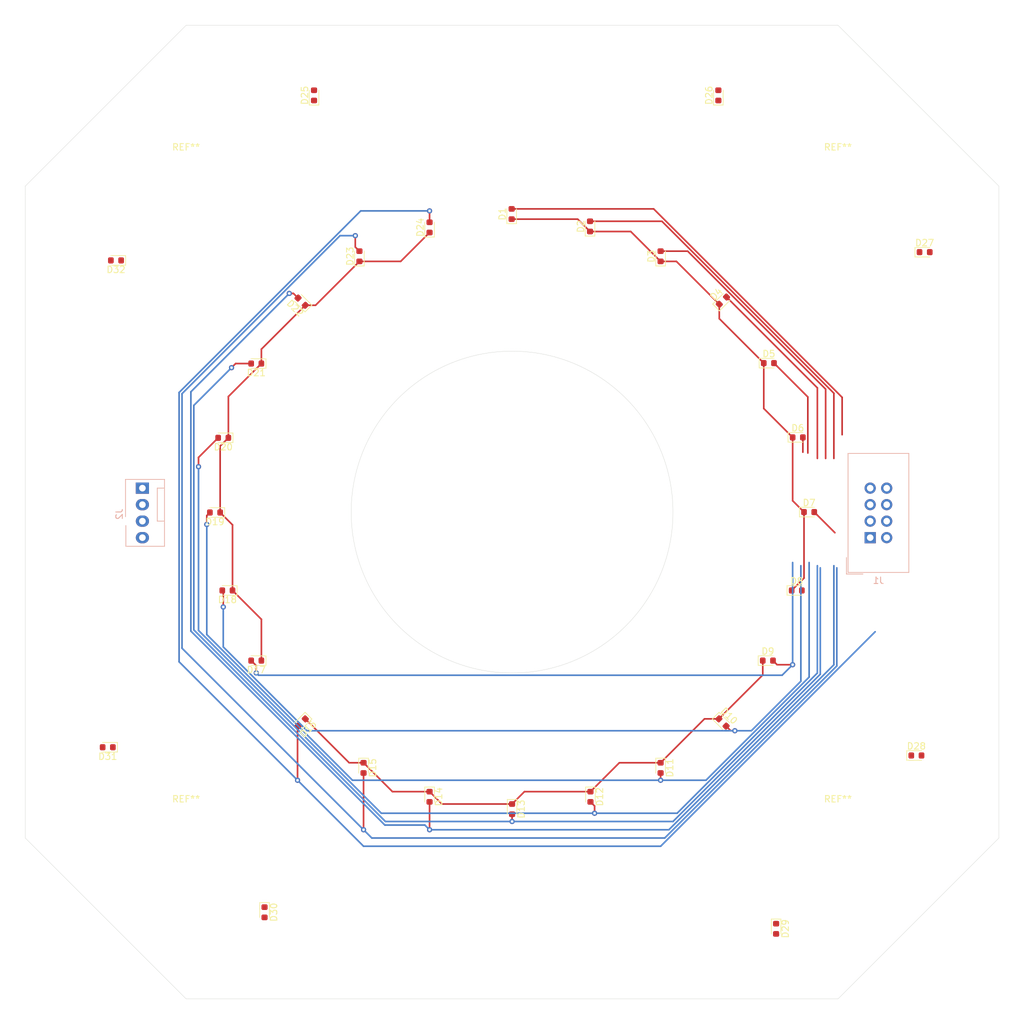
<source format=kicad_pcb>
(kicad_pcb (version 20171130) (host pcbnew "(5.1.0-0)")

  (general
    (thickness 1.6)
    (drawings 26)
    (tracks 157)
    (zones 0)
    (modules 38)
    (nets 13)
  )

  (page A4)
  (layers
    (0 F.Cu signal)
    (31 B.Cu signal)
    (32 B.Adhes user)
    (33 F.Adhes user)
    (34 B.Paste user)
    (35 F.Paste user)
    (36 B.SilkS user)
    (37 F.SilkS user)
    (38 B.Mask user)
    (39 F.Mask user)
    (40 Dwgs.User user)
    (41 Cmts.User user)
    (42 Eco1.User user)
    (43 Eco2.User user)
    (44 Edge.Cuts user)
    (45 Margin user)
    (46 B.CrtYd user)
    (47 F.CrtYd user)
    (48 B.Fab user)
    (49 F.Fab user)
  )

  (setup
    (last_trace_width 0.25)
    (trace_clearance 0.2)
    (zone_clearance 0.508)
    (zone_45_only no)
    (trace_min 0.2)
    (via_size 0.8)
    (via_drill 0.4)
    (via_min_size 0.4)
    (via_min_drill 0.3)
    (uvia_size 0.3)
    (uvia_drill 0.1)
    (uvias_allowed no)
    (uvia_min_size 0.2)
    (uvia_min_drill 0.1)
    (edge_width 0.05)
    (segment_width 0.2)
    (pcb_text_width 0.3)
    (pcb_text_size 1.5 1.5)
    (mod_edge_width 0.12)
    (mod_text_size 1 1)
    (mod_text_width 0.15)
    (pad_size 45 45)
    (pad_drill 45)
    (pad_to_mask_clearance 0.051)
    (solder_mask_min_width 0.25)
    (aux_axis_origin 0 0)
    (visible_elements FFFFFF7F)
    (pcbplotparams
      (layerselection 0x010fc_ffffffff)
      (usegerberextensions false)
      (usegerberattributes false)
      (usegerberadvancedattributes false)
      (creategerberjobfile false)
      (excludeedgelayer true)
      (linewidth 0.100000)
      (plotframeref false)
      (viasonmask false)
      (mode 1)
      (useauxorigin false)
      (hpglpennumber 1)
      (hpglpenspeed 20)
      (hpglpendiameter 15.000000)
      (psnegative false)
      (psa4output false)
      (plotreference true)
      (plotvalue true)
      (plotinvisibletext false)
      (padsonsilk false)
      (subtractmaskfromsilk false)
      (outputformat 1)
      (mirror false)
      (drillshape 1)
      (scaleselection 1)
      (outputdirectory ""))
  )

  (net 0 "")
  (net 1 DIG0)
  (net 2 SEGA)
  (net 3 SEGB)
  (net 4 SEGC)
  (net 5 SEGD)
  (net 6 SEGE)
  (net 7 SEGF)
  (net 8 SEGG)
  (net 9 SEGDP)
  (net 10 DIG1)
  (net 11 DIG2)
  (net 12 DIG3)

  (net_class Default "This is the default net class."
    (clearance 0.2)
    (trace_width 0.25)
    (via_dia 0.8)
    (via_drill 0.4)
    (uvia_dia 0.3)
    (uvia_drill 0.1)
    (add_net DIG0)
    (add_net DIG1)
    (add_net DIG2)
    (add_net DIG3)
    (add_net SEGA)
    (add_net SEGB)
    (add_net SEGC)
    (add_net SEGD)
    (add_net SEGDP)
    (add_net SEGE)
    (add_net SEGF)
    (add_net SEGG)
  )

  (module Connector_IDC:IDC-Header_2x04_P2.54mm_Vertical (layer B.Cu) (tedit 59DE070F) (tstamp 5D2A8182)
    (at 149.098 97.282)
    (descr "Through hole straight IDC box header, 2x04, 2.54mm pitch, double rows")
    (tags "Through hole IDC box header THT 2x04 2.54mm double row")
    (path /5D3A1A53)
    (fp_text reference J1 (at 1.27 6.604) (layer B.SilkS)
      (effects (font (size 1 1) (thickness 0.15)) (justify mirror))
    )
    (fp_text value Conn_02x04_Odd_Even (at 1.27 -14.224) (layer B.Fab)
      (effects (font (size 1 1) (thickness 0.15)) (justify mirror))
    )
    (fp_text user %R (at 1.27 -3.81) (layer B.Fab)
      (effects (font (size 1 1) (thickness 0.15)) (justify mirror))
    )
    (fp_line (start 5.695 5.1) (end 5.695 -12.72) (layer B.Fab) (width 0.1))
    (fp_line (start 5.145 4.56) (end 5.145 -12.16) (layer B.Fab) (width 0.1))
    (fp_line (start -3.155 5.1) (end -3.155 -12.72) (layer B.Fab) (width 0.1))
    (fp_line (start -2.605 4.56) (end -2.605 -1.56) (layer B.Fab) (width 0.1))
    (fp_line (start -2.605 -6.06) (end -2.605 -12.16) (layer B.Fab) (width 0.1))
    (fp_line (start -2.605 -1.56) (end -3.155 -1.56) (layer B.Fab) (width 0.1))
    (fp_line (start -2.605 -6.06) (end -3.155 -6.06) (layer B.Fab) (width 0.1))
    (fp_line (start 5.695 5.1) (end -3.155 5.1) (layer B.Fab) (width 0.1))
    (fp_line (start 5.145 4.56) (end -2.605 4.56) (layer B.Fab) (width 0.1))
    (fp_line (start 5.695 -12.72) (end -3.155 -12.72) (layer B.Fab) (width 0.1))
    (fp_line (start 5.145 -12.16) (end -2.605 -12.16) (layer B.Fab) (width 0.1))
    (fp_line (start 5.695 5.1) (end 5.145 4.56) (layer B.Fab) (width 0.1))
    (fp_line (start 5.695 -12.72) (end 5.145 -12.16) (layer B.Fab) (width 0.1))
    (fp_line (start -3.155 5.1) (end -2.605 4.56) (layer B.Fab) (width 0.1))
    (fp_line (start -3.155 -12.72) (end -2.605 -12.16) (layer B.Fab) (width 0.1))
    (fp_line (start 5.95 5.35) (end 5.95 -12.97) (layer B.CrtYd) (width 0.05))
    (fp_line (start 5.95 -12.97) (end -3.41 -12.97) (layer B.CrtYd) (width 0.05))
    (fp_line (start -3.41 -12.97) (end -3.41 5.35) (layer B.CrtYd) (width 0.05))
    (fp_line (start -3.41 5.35) (end 5.95 5.35) (layer B.CrtYd) (width 0.05))
    (fp_line (start 5.945 5.35) (end 5.945 -12.97) (layer B.SilkS) (width 0.12))
    (fp_line (start 5.945 -12.97) (end -3.405 -12.97) (layer B.SilkS) (width 0.12))
    (fp_line (start -3.405 -12.97) (end -3.405 5.35) (layer B.SilkS) (width 0.12))
    (fp_line (start -3.405 5.35) (end 5.945 5.35) (layer B.SilkS) (width 0.12))
    (fp_line (start -3.655 5.6) (end -3.655 3.06) (layer B.SilkS) (width 0.12))
    (fp_line (start -3.655 5.6) (end -1.115 5.6) (layer B.SilkS) (width 0.12))
    (pad 1 thru_hole rect (at 0 0) (size 1.7272 1.7272) (drill 1.016) (layers *.Cu *.Mask)
      (net 2 SEGA))
    (pad 2 thru_hole oval (at 2.54 0) (size 1.7272 1.7272) (drill 1.016) (layers *.Cu *.Mask)
      (net 9 SEGDP))
    (pad 3 thru_hole oval (at 0 -2.54) (size 1.7272 1.7272) (drill 1.016) (layers *.Cu *.Mask)
      (net 3 SEGB))
    (pad 4 thru_hole oval (at 2.54 -2.54) (size 1.7272 1.7272) (drill 1.016) (layers *.Cu *.Mask)
      (net 8 SEGG))
    (pad 5 thru_hole oval (at 0 -5.08) (size 1.7272 1.7272) (drill 1.016) (layers *.Cu *.Mask)
      (net 4 SEGC))
    (pad 6 thru_hole oval (at 2.54 -5.08) (size 1.7272 1.7272) (drill 1.016) (layers *.Cu *.Mask)
      (net 7 SEGF))
    (pad 7 thru_hole oval (at 0 -7.62) (size 1.7272 1.7272) (drill 1.016) (layers *.Cu *.Mask)
      (net 5 SEGD))
    (pad 8 thru_hole oval (at 2.54 -7.62) (size 1.7272 1.7272) (drill 1.016) (layers *.Cu *.Mask)
      (net 6 SEGE))
    (model ${KISYS3DMOD}/Connector_IDC.3dshapes/IDC-Header_2x04_P2.54mm_Vertical.wrl
      (at (xyz 0 0 0))
      (scale (xyz 1 1 1))
      (rotate (xyz 0 0 0))
    )
  )

  (module MountingHole:MountingHole_5mm (layer F.Cu) (tedit 56D1B4CB) (tstamp 5D1982A9)
    (at 144.145 43.18)
    (descr "Mounting Hole 5mm, no annular")
    (tags "mounting hole 5mm no annular")
    (attr virtual)
    (fp_text reference REF** (at 0 -6) (layer F.SilkS)
      (effects (font (size 1 1) (thickness 0.15)))
    )
    (fp_text value MountingHole_5mm (at 0 6) (layer F.Fab)
      (effects (font (size 1 1) (thickness 0.15)))
    )
    (fp_circle (center 0 0) (end 5.25 0) (layer F.CrtYd) (width 0.05))
    (fp_circle (center 0 0) (end 5 0) (layer Cmts.User) (width 0.15))
    (fp_text user %R (at 0.3 0) (layer F.Fab)
      (effects (font (size 1 1) (thickness 0.15)))
    )
    (pad 1 np_thru_hole circle (at 0 0) (size 5 5) (drill 5) (layers *.Cu *.Mask))
  )

  (module MountingHole:MountingHole_5mm (layer F.Cu) (tedit 56D1B4CB) (tstamp 5D198285)
    (at 43.815 43.18)
    (descr "Mounting Hole 5mm, no annular")
    (tags "mounting hole 5mm no annular")
    (attr virtual)
    (fp_text reference REF** (at 0 -6) (layer F.SilkS)
      (effects (font (size 1 1) (thickness 0.15)))
    )
    (fp_text value MountingHole_5mm (at 0 6) (layer F.Fab)
      (effects (font (size 1 1) (thickness 0.15)))
    )
    (fp_circle (center 0 0) (end 5.25 0) (layer F.CrtYd) (width 0.05))
    (fp_circle (center 0 0) (end 5 0) (layer Cmts.User) (width 0.15))
    (fp_text user %R (at 0.3 0) (layer F.Fab)
      (effects (font (size 1 1) (thickness 0.15)))
    )
    (pad 1 np_thru_hole circle (at 0 0) (size 5 5) (drill 5) (layers *.Cu *.Mask))
  )

  (module MountingHole:MountingHole_5mm (layer F.Cu) (tedit 56D1B4CB) (tstamp 5D198261)
    (at 43.815 143.51)
    (descr "Mounting Hole 5mm, no annular")
    (tags "mounting hole 5mm no annular")
    (attr virtual)
    (fp_text reference REF** (at 0 -6) (layer F.SilkS)
      (effects (font (size 1 1) (thickness 0.15)))
    )
    (fp_text value MountingHole_5mm (at 0 6) (layer F.Fab)
      (effects (font (size 1 1) (thickness 0.15)))
    )
    (fp_circle (center 0 0) (end 5.25 0) (layer F.CrtYd) (width 0.05))
    (fp_circle (center 0 0) (end 5 0) (layer Cmts.User) (width 0.15))
    (fp_text user %R (at 0.3 0) (layer F.Fab)
      (effects (font (size 1 1) (thickness 0.15)))
    )
    (pad 1 np_thru_hole circle (at 0 0) (size 5 5) (drill 5) (layers *.Cu *.Mask))
  )

  (module MountingHole:MountingHole_5mm (layer F.Cu) (tedit 56D1B4CB) (tstamp 5D198195)
    (at 144.145 143.51)
    (descr "Mounting Hole 5mm, no annular")
    (tags "mounting hole 5mm no annular")
    (attr virtual)
    (fp_text reference REF** (at 0 -6) (layer F.SilkS)
      (effects (font (size 1 1) (thickness 0.15)))
    )
    (fp_text value MountingHole_5mm (at 0 6) (layer F.Fab)
      (effects (font (size 1 1) (thickness 0.15)))
    )
    (fp_circle (center 0 0) (end 5.25 0) (layer F.CrtYd) (width 0.05))
    (fp_circle (center 0 0) (end 5 0) (layer Cmts.User) (width 0.15))
    (fp_text user %R (at 0.3 0) (layer F.Fab)
      (effects (font (size 1 1) (thickness 0.15)))
    )
    (pad 1 np_thru_hole circle (at 0 0) (size 5 5) (drill 5) (layers *.Cu *.Mask))
  )

  (module LED_SMD:LED_0603_1608Metric (layer F.Cu) (tedit 5B301BBE) (tstamp 5D227C7C)
    (at 93.915 47.47 90)
    (descr "LED SMD 0603 (1608 Metric), square (rectangular) end terminal, IPC_7351 nominal, (Body size source: http://www.tortai-tech.com/upload/download/2011102023233369053.pdf), generated with kicad-footprint-generator")
    (tags diode)
    (path /5D226A0B)
    (attr smd)
    (fp_text reference D1 (at 0 -1.43 90) (layer F.SilkS)
      (effects (font (size 1 1) (thickness 0.15)))
    )
    (fp_text value LED (at 0 1.43 90) (layer F.Fab)
      (effects (font (size 1 1) (thickness 0.15)))
    )
    (fp_line (start 0.8 -0.4) (end -0.5 -0.4) (layer F.Fab) (width 0.1))
    (fp_line (start -0.5 -0.4) (end -0.8 -0.1) (layer F.Fab) (width 0.1))
    (fp_line (start -0.8 -0.1) (end -0.8 0.4) (layer F.Fab) (width 0.1))
    (fp_line (start -0.8 0.4) (end 0.8 0.4) (layer F.Fab) (width 0.1))
    (fp_line (start 0.8 0.4) (end 0.8 -0.4) (layer F.Fab) (width 0.1))
    (fp_line (start 0.8 -0.735) (end -1.485 -0.735) (layer F.SilkS) (width 0.12))
    (fp_line (start -1.485 -0.735) (end -1.485 0.735) (layer F.SilkS) (width 0.12))
    (fp_line (start -1.485 0.735) (end 0.8 0.735) (layer F.SilkS) (width 0.12))
    (fp_line (start -1.48 0.73) (end -1.48 -0.73) (layer F.CrtYd) (width 0.05))
    (fp_line (start -1.48 -0.73) (end 1.48 -0.73) (layer F.CrtYd) (width 0.05))
    (fp_line (start 1.48 -0.73) (end 1.48 0.73) (layer F.CrtYd) (width 0.05))
    (fp_line (start 1.48 0.73) (end -1.48 0.73) (layer F.CrtYd) (width 0.05))
    (fp_text user %R (at 0 0 90) (layer F.Fab)
      (effects (font (size 0.4 0.4) (thickness 0.06)))
    )
    (pad 1 smd roundrect (at -0.7875 0 90) (size 0.875 0.95) (layers F.Cu F.Paste F.Mask) (roundrect_rratio 0.25)
      (net 1 DIG0))
    (pad 2 smd roundrect (at 0.7875 0 90) (size 0.875 0.95) (layers F.Cu F.Paste F.Mask) (roundrect_rratio 0.25)
      (net 2 SEGA))
    (model ${KISYS3DMOD}/LED_SMD.3dshapes/LED_0603_1608Metric.wrl
      (at (xyz 0 0 0))
      (scale (xyz 1 1 1))
      (rotate (xyz 0 0 0))
    )
  )

  (module LED_SMD:LED_0603_1608Metric (layer F.Cu) (tedit 5B301BBE) (tstamp 5D227C8F)
    (at 105.98 49.375 90)
    (descr "LED SMD 0603 (1608 Metric), square (rectangular) end terminal, IPC_7351 nominal, (Body size source: http://www.tortai-tech.com/upload/download/2011102023233369053.pdf), generated with kicad-footprint-generator")
    (tags diode)
    (path /5D2277BB)
    (attr smd)
    (fp_text reference D2 (at 0 -1.43 90) (layer F.SilkS)
      (effects (font (size 1 1) (thickness 0.15)))
    )
    (fp_text value LED (at 0 1.43 90) (layer F.Fab)
      (effects (font (size 1 1) (thickness 0.15)))
    )
    (fp_text user %R (at 0 0 90) (layer F.Fab)
      (effects (font (size 0.4 0.4) (thickness 0.06)))
    )
    (fp_line (start 1.48 0.73) (end -1.48 0.73) (layer F.CrtYd) (width 0.05))
    (fp_line (start 1.48 -0.73) (end 1.48 0.73) (layer F.CrtYd) (width 0.05))
    (fp_line (start -1.48 -0.73) (end 1.48 -0.73) (layer F.CrtYd) (width 0.05))
    (fp_line (start -1.48 0.73) (end -1.48 -0.73) (layer F.CrtYd) (width 0.05))
    (fp_line (start -1.485 0.735) (end 0.8 0.735) (layer F.SilkS) (width 0.12))
    (fp_line (start -1.485 -0.735) (end -1.485 0.735) (layer F.SilkS) (width 0.12))
    (fp_line (start 0.8 -0.735) (end -1.485 -0.735) (layer F.SilkS) (width 0.12))
    (fp_line (start 0.8 0.4) (end 0.8 -0.4) (layer F.Fab) (width 0.1))
    (fp_line (start -0.8 0.4) (end 0.8 0.4) (layer F.Fab) (width 0.1))
    (fp_line (start -0.8 -0.1) (end -0.8 0.4) (layer F.Fab) (width 0.1))
    (fp_line (start -0.5 -0.4) (end -0.8 -0.1) (layer F.Fab) (width 0.1))
    (fp_line (start 0.8 -0.4) (end -0.5 -0.4) (layer F.Fab) (width 0.1))
    (pad 2 smd roundrect (at 0.7875 0 90) (size 0.875 0.95) (layers F.Cu F.Paste F.Mask) (roundrect_rratio 0.25)
      (net 3 SEGB))
    (pad 1 smd roundrect (at -0.7875 0 90) (size 0.875 0.95) (layers F.Cu F.Paste F.Mask) (roundrect_rratio 0.25)
      (net 1 DIG0))
    (model ${KISYS3DMOD}/LED_SMD.3dshapes/LED_0603_1608Metric.wrl
      (at (xyz 0 0 0))
      (scale (xyz 1 1 1))
      (rotate (xyz 0 0 0))
    )
  )

  (module LED_SMD:LED_0603_1608Metric (layer F.Cu) (tedit 5B301BBE) (tstamp 5D227CA2)
    (at 116.84 53.975 90)
    (descr "LED SMD 0603 (1608 Metric), square (rectangular) end terminal, IPC_7351 nominal, (Body size source: http://www.tortai-tech.com/upload/download/2011102023233369053.pdf), generated with kicad-footprint-generator")
    (tags diode)
    (path /5D227DC2)
    (attr smd)
    (fp_text reference D3 (at 0 -1.43 90) (layer F.SilkS)
      (effects (font (size 1 1) (thickness 0.15)))
    )
    (fp_text value LED (at 0 1.43 90) (layer F.Fab)
      (effects (font (size 1 1) (thickness 0.15)))
    )
    (fp_line (start 0.8 -0.4) (end -0.5 -0.4) (layer F.Fab) (width 0.1))
    (fp_line (start -0.5 -0.4) (end -0.8 -0.1) (layer F.Fab) (width 0.1))
    (fp_line (start -0.8 -0.1) (end -0.8 0.4) (layer F.Fab) (width 0.1))
    (fp_line (start -0.8 0.4) (end 0.8 0.4) (layer F.Fab) (width 0.1))
    (fp_line (start 0.8 0.4) (end 0.8 -0.4) (layer F.Fab) (width 0.1))
    (fp_line (start 0.8 -0.735) (end -1.485 -0.735) (layer F.SilkS) (width 0.12))
    (fp_line (start -1.485 -0.735) (end -1.485 0.735) (layer F.SilkS) (width 0.12))
    (fp_line (start -1.485 0.735) (end 0.8 0.735) (layer F.SilkS) (width 0.12))
    (fp_line (start -1.48 0.73) (end -1.48 -0.73) (layer F.CrtYd) (width 0.05))
    (fp_line (start -1.48 -0.73) (end 1.48 -0.73) (layer F.CrtYd) (width 0.05))
    (fp_line (start 1.48 -0.73) (end 1.48 0.73) (layer F.CrtYd) (width 0.05))
    (fp_line (start 1.48 0.73) (end -1.48 0.73) (layer F.CrtYd) (width 0.05))
    (fp_text user %R (at 0 0 90) (layer F.Fab)
      (effects (font (size 0.4 0.4) (thickness 0.06)))
    )
    (pad 1 smd roundrect (at -0.7875 0 90) (size 0.875 0.95) (layers F.Cu F.Paste F.Mask) (roundrect_rratio 0.25)
      (net 1 DIG0))
    (pad 2 smd roundrect (at 0.7875 0 90) (size 0.875 0.95) (layers F.Cu F.Paste F.Mask) (roundrect_rratio 0.25)
      (net 4 SEGC))
    (model ${KISYS3DMOD}/LED_SMD.3dshapes/LED_0603_1608Metric.wrl
      (at (xyz 0 0 0))
      (scale (xyz 1 1 1))
      (rotate (xyz 0 0 0))
    )
  )

  (module LED_SMD:LED_0603_1608Metric (layer F.Cu) (tedit 5B301BBE) (tstamp 5D227CB5)
    (at 126.43 60.805 45)
    (descr "LED SMD 0603 (1608 Metric), square (rectangular) end terminal, IPC_7351 nominal, (Body size source: http://www.tortai-tech.com/upload/download/2011102023233369053.pdf), generated with kicad-footprint-generator")
    (tags diode)
    (path /5D228250)
    (attr smd)
    (fp_text reference D4 (at 0 -1.43 45) (layer F.SilkS)
      (effects (font (size 1 1) (thickness 0.15)))
    )
    (fp_text value LED (at 0 1.43 45) (layer F.Fab)
      (effects (font (size 1 1) (thickness 0.15)))
    )
    (fp_text user %R (at 0 0 45) (layer F.Fab)
      (effects (font (size 0.4 0.4) (thickness 0.06)))
    )
    (fp_line (start 1.48 0.73) (end -1.48 0.73) (layer F.CrtYd) (width 0.05))
    (fp_line (start 1.48 -0.73) (end 1.48 0.73) (layer F.CrtYd) (width 0.05))
    (fp_line (start -1.48 -0.73) (end 1.48 -0.73) (layer F.CrtYd) (width 0.05))
    (fp_line (start -1.48 0.73) (end -1.48 -0.73) (layer F.CrtYd) (width 0.05))
    (fp_line (start -1.485 0.735) (end 0.8 0.735) (layer F.SilkS) (width 0.12))
    (fp_line (start -1.485 -0.735) (end -1.485 0.735) (layer F.SilkS) (width 0.12))
    (fp_line (start 0.8 -0.735) (end -1.485 -0.735) (layer F.SilkS) (width 0.12))
    (fp_line (start 0.8 0.4) (end 0.8 -0.4) (layer F.Fab) (width 0.1))
    (fp_line (start -0.8 0.4) (end 0.8 0.4) (layer F.Fab) (width 0.1))
    (fp_line (start -0.8 -0.1) (end -0.8 0.4) (layer F.Fab) (width 0.1))
    (fp_line (start -0.5 -0.4) (end -0.8 -0.1) (layer F.Fab) (width 0.1))
    (fp_line (start 0.8 -0.4) (end -0.5 -0.4) (layer F.Fab) (width 0.1))
    (pad 2 smd roundrect (at 0.7875 0 45) (size 0.875 0.95) (layers F.Cu F.Paste F.Mask) (roundrect_rratio 0.25)
      (net 5 SEGD))
    (pad 1 smd roundrect (at -0.7875 0 45) (size 0.875 0.95) (layers F.Cu F.Paste F.Mask) (roundrect_rratio 0.25)
      (net 1 DIG0))
    (model ${KISYS3DMOD}/LED_SMD.3dshapes/LED_0603_1608Metric.wrl
      (at (xyz 0 0 0))
      (scale (xyz 1 1 1))
      (rotate (xyz 0 0 0))
    )
  )

  (module LED_SMD:LED_0603_1608Metric (layer F.Cu) (tedit 5B301BBE) (tstamp 5D227CC8)
    (at 133.505 70.42)
    (descr "LED SMD 0603 (1608 Metric), square (rectangular) end terminal, IPC_7351 nominal, (Body size source: http://www.tortai-tech.com/upload/download/2011102023233369053.pdf), generated with kicad-footprint-generator")
    (tags diode)
    (path /5D228687)
    (attr smd)
    (fp_text reference D5 (at 0 -1.43) (layer F.SilkS)
      (effects (font (size 1 1) (thickness 0.15)))
    )
    (fp_text value LED (at 0 1.43) (layer F.Fab)
      (effects (font (size 1 1) (thickness 0.15)))
    )
    (fp_line (start 0.8 -0.4) (end -0.5 -0.4) (layer F.Fab) (width 0.1))
    (fp_line (start -0.5 -0.4) (end -0.8 -0.1) (layer F.Fab) (width 0.1))
    (fp_line (start -0.8 -0.1) (end -0.8 0.4) (layer F.Fab) (width 0.1))
    (fp_line (start -0.8 0.4) (end 0.8 0.4) (layer F.Fab) (width 0.1))
    (fp_line (start 0.8 0.4) (end 0.8 -0.4) (layer F.Fab) (width 0.1))
    (fp_line (start 0.8 -0.735) (end -1.485 -0.735) (layer F.SilkS) (width 0.12))
    (fp_line (start -1.485 -0.735) (end -1.485 0.735) (layer F.SilkS) (width 0.12))
    (fp_line (start -1.485 0.735) (end 0.8 0.735) (layer F.SilkS) (width 0.12))
    (fp_line (start -1.48 0.73) (end -1.48 -0.73) (layer F.CrtYd) (width 0.05))
    (fp_line (start -1.48 -0.73) (end 1.48 -0.73) (layer F.CrtYd) (width 0.05))
    (fp_line (start 1.48 -0.73) (end 1.48 0.73) (layer F.CrtYd) (width 0.05))
    (fp_line (start 1.48 0.73) (end -1.48 0.73) (layer F.CrtYd) (width 0.05))
    (fp_text user %R (at 0 0) (layer F.Fab)
      (effects (font (size 0.4 0.4) (thickness 0.06)))
    )
    (pad 1 smd roundrect (at -0.7875 0) (size 0.875 0.95) (layers F.Cu F.Paste F.Mask) (roundrect_rratio 0.25)
      (net 1 DIG0))
    (pad 2 smd roundrect (at 0.7875 0) (size 0.875 0.95) (layers F.Cu F.Paste F.Mask) (roundrect_rratio 0.25)
      (net 6 SEGE))
    (model ${KISYS3DMOD}/LED_SMD.3dshapes/LED_0603_1608Metric.wrl
      (at (xyz 0 0 0))
      (scale (xyz 1 1 1))
      (rotate (xyz 0 0 0))
    )
  )

  (module LED_SMD:LED_0603_1608Metric (layer F.Cu) (tedit 5B301BBE) (tstamp 5D227CDB)
    (at 137.95 81.85)
    (descr "LED SMD 0603 (1608 Metric), square (rectangular) end terminal, IPC_7351 nominal, (Body size source: http://www.tortai-tech.com/upload/download/2011102023233369053.pdf), generated with kicad-footprint-generator")
    (tags diode)
    (path /5D228B4F)
    (attr smd)
    (fp_text reference D6 (at 0 -1.43) (layer F.SilkS)
      (effects (font (size 1 1) (thickness 0.15)))
    )
    (fp_text value LED (at 0 1.43) (layer F.Fab)
      (effects (font (size 1 1) (thickness 0.15)))
    )
    (fp_text user %R (at 0 0) (layer F.Fab)
      (effects (font (size 0.4 0.4) (thickness 0.06)))
    )
    (fp_line (start 1.48 0.73) (end -1.48 0.73) (layer F.CrtYd) (width 0.05))
    (fp_line (start 1.48 -0.73) (end 1.48 0.73) (layer F.CrtYd) (width 0.05))
    (fp_line (start -1.48 -0.73) (end 1.48 -0.73) (layer F.CrtYd) (width 0.05))
    (fp_line (start -1.48 0.73) (end -1.48 -0.73) (layer F.CrtYd) (width 0.05))
    (fp_line (start -1.485 0.735) (end 0.8 0.735) (layer F.SilkS) (width 0.12))
    (fp_line (start -1.485 -0.735) (end -1.485 0.735) (layer F.SilkS) (width 0.12))
    (fp_line (start 0.8 -0.735) (end -1.485 -0.735) (layer F.SilkS) (width 0.12))
    (fp_line (start 0.8 0.4) (end 0.8 -0.4) (layer F.Fab) (width 0.1))
    (fp_line (start -0.8 0.4) (end 0.8 0.4) (layer F.Fab) (width 0.1))
    (fp_line (start -0.8 -0.1) (end -0.8 0.4) (layer F.Fab) (width 0.1))
    (fp_line (start -0.5 -0.4) (end -0.8 -0.1) (layer F.Fab) (width 0.1))
    (fp_line (start 0.8 -0.4) (end -0.5 -0.4) (layer F.Fab) (width 0.1))
    (pad 2 smd roundrect (at 0.7875 0) (size 0.875 0.95) (layers F.Cu F.Paste F.Mask) (roundrect_rratio 0.25)
      (net 7 SEGF))
    (pad 1 smd roundrect (at -0.7875 0) (size 0.875 0.95) (layers F.Cu F.Paste F.Mask) (roundrect_rratio 0.25)
      (net 1 DIG0))
    (model ${KISYS3DMOD}/LED_SMD.3dshapes/LED_0603_1608Metric.wrl
      (at (xyz 0 0 0))
      (scale (xyz 1 1 1))
      (rotate (xyz 0 0 0))
    )
  )

  (module LED_SMD:LED_0603_1608Metric (layer F.Cu) (tedit 5B301BBE) (tstamp 5D227CEE)
    (at 139.7 93.345)
    (descr "LED SMD 0603 (1608 Metric), square (rectangular) end terminal, IPC_7351 nominal, (Body size source: http://www.tortai-tech.com/upload/download/2011102023233369053.pdf), generated with kicad-footprint-generator")
    (tags diode)
    (path /5D22D845)
    (attr smd)
    (fp_text reference D7 (at 0 -1.43) (layer F.SilkS)
      (effects (font (size 1 1) (thickness 0.15)))
    )
    (fp_text value LED (at 0 1.43) (layer F.Fab)
      (effects (font (size 1 1) (thickness 0.15)))
    )
    (fp_line (start 0.8 -0.4) (end -0.5 -0.4) (layer F.Fab) (width 0.1))
    (fp_line (start -0.5 -0.4) (end -0.8 -0.1) (layer F.Fab) (width 0.1))
    (fp_line (start -0.8 -0.1) (end -0.8 0.4) (layer F.Fab) (width 0.1))
    (fp_line (start -0.8 0.4) (end 0.8 0.4) (layer F.Fab) (width 0.1))
    (fp_line (start 0.8 0.4) (end 0.8 -0.4) (layer F.Fab) (width 0.1))
    (fp_line (start 0.8 -0.735) (end -1.485 -0.735) (layer F.SilkS) (width 0.12))
    (fp_line (start -1.485 -0.735) (end -1.485 0.735) (layer F.SilkS) (width 0.12))
    (fp_line (start -1.485 0.735) (end 0.8 0.735) (layer F.SilkS) (width 0.12))
    (fp_line (start -1.48 0.73) (end -1.48 -0.73) (layer F.CrtYd) (width 0.05))
    (fp_line (start -1.48 -0.73) (end 1.48 -0.73) (layer F.CrtYd) (width 0.05))
    (fp_line (start 1.48 -0.73) (end 1.48 0.73) (layer F.CrtYd) (width 0.05))
    (fp_line (start 1.48 0.73) (end -1.48 0.73) (layer F.CrtYd) (width 0.05))
    (fp_text user %R (at 0 0) (layer F.Fab)
      (effects (font (size 0.4 0.4) (thickness 0.06)))
    )
    (pad 1 smd roundrect (at -0.7875 0) (size 0.875 0.95) (layers F.Cu F.Paste F.Mask) (roundrect_rratio 0.25)
      (net 1 DIG0))
    (pad 2 smd roundrect (at 0.7875 0) (size 0.875 0.95) (layers F.Cu F.Paste F.Mask) (roundrect_rratio 0.25)
      (net 8 SEGG))
    (model ${KISYS3DMOD}/LED_SMD.3dshapes/LED_0603_1608Metric.wrl
      (at (xyz 0 0 0))
      (scale (xyz 1 1 1))
      (rotate (xyz 0 0 0))
    )
  )

  (module LED_SMD:LED_0603_1608Metric (layer F.Cu) (tedit 5B301BBE) (tstamp 5D227D01)
    (at 137.795 105.41)
    (descr "LED SMD 0603 (1608 Metric), square (rectangular) end terminal, IPC_7351 nominal, (Body size source: http://www.tortai-tech.com/upload/download/2011102023233369053.pdf), generated with kicad-footprint-generator")
    (tags diode)
    (path /5D22D84F)
    (attr smd)
    (fp_text reference D8 (at 0 -1.43) (layer F.SilkS)
      (effects (font (size 1 1) (thickness 0.15)))
    )
    (fp_text value LED (at 0 1.43) (layer F.Fab)
      (effects (font (size 1 1) (thickness 0.15)))
    )
    (fp_text user %R (at 0 0) (layer F.Fab)
      (effects (font (size 0.4 0.4) (thickness 0.06)))
    )
    (fp_line (start 1.48 0.73) (end -1.48 0.73) (layer F.CrtYd) (width 0.05))
    (fp_line (start 1.48 -0.73) (end 1.48 0.73) (layer F.CrtYd) (width 0.05))
    (fp_line (start -1.48 -0.73) (end 1.48 -0.73) (layer F.CrtYd) (width 0.05))
    (fp_line (start -1.48 0.73) (end -1.48 -0.73) (layer F.CrtYd) (width 0.05))
    (fp_line (start -1.485 0.735) (end 0.8 0.735) (layer F.SilkS) (width 0.12))
    (fp_line (start -1.485 -0.735) (end -1.485 0.735) (layer F.SilkS) (width 0.12))
    (fp_line (start 0.8 -0.735) (end -1.485 -0.735) (layer F.SilkS) (width 0.12))
    (fp_line (start 0.8 0.4) (end 0.8 -0.4) (layer F.Fab) (width 0.1))
    (fp_line (start -0.8 0.4) (end 0.8 0.4) (layer F.Fab) (width 0.1))
    (fp_line (start -0.8 -0.1) (end -0.8 0.4) (layer F.Fab) (width 0.1))
    (fp_line (start -0.5 -0.4) (end -0.8 -0.1) (layer F.Fab) (width 0.1))
    (fp_line (start 0.8 -0.4) (end -0.5 -0.4) (layer F.Fab) (width 0.1))
    (pad 2 smd roundrect (at 0.7875 0) (size 0.875 0.95) (layers F.Cu F.Paste F.Mask) (roundrect_rratio 0.25)
      (net 9 SEGDP))
    (pad 1 smd roundrect (at -0.7875 0) (size 0.875 0.95) (layers F.Cu F.Paste F.Mask) (roundrect_rratio 0.25)
      (net 1 DIG0))
    (model ${KISYS3DMOD}/LED_SMD.3dshapes/LED_0603_1608Metric.wrl
      (at (xyz 0 0 0))
      (scale (xyz 1 1 1))
      (rotate (xyz 0 0 0))
    )
  )

  (module LED_SMD:LED_0603_1608Metric (layer F.Cu) (tedit 5B301BBE) (tstamp 5D227D14)
    (at 133.35 116.205)
    (descr "LED SMD 0603 (1608 Metric), square (rectangular) end terminal, IPC_7351 nominal, (Body size source: http://www.tortai-tech.com/upload/download/2011102023233369053.pdf), generated with kicad-footprint-generator")
    (tags diode)
    (path /5D240D7E)
    (attr smd)
    (fp_text reference D9 (at 0 -1.43) (layer F.SilkS)
      (effects (font (size 1 1) (thickness 0.15)))
    )
    (fp_text value LED (at 0 1.43) (layer F.Fab)
      (effects (font (size 1 1) (thickness 0.15)))
    )
    (fp_line (start 0.8 -0.4) (end -0.5 -0.4) (layer F.Fab) (width 0.1))
    (fp_line (start -0.5 -0.4) (end -0.8 -0.1) (layer F.Fab) (width 0.1))
    (fp_line (start -0.8 -0.1) (end -0.8 0.4) (layer F.Fab) (width 0.1))
    (fp_line (start -0.8 0.4) (end 0.8 0.4) (layer F.Fab) (width 0.1))
    (fp_line (start 0.8 0.4) (end 0.8 -0.4) (layer F.Fab) (width 0.1))
    (fp_line (start 0.8 -0.735) (end -1.485 -0.735) (layer F.SilkS) (width 0.12))
    (fp_line (start -1.485 -0.735) (end -1.485 0.735) (layer F.SilkS) (width 0.12))
    (fp_line (start -1.485 0.735) (end 0.8 0.735) (layer F.SilkS) (width 0.12))
    (fp_line (start -1.48 0.73) (end -1.48 -0.73) (layer F.CrtYd) (width 0.05))
    (fp_line (start -1.48 -0.73) (end 1.48 -0.73) (layer F.CrtYd) (width 0.05))
    (fp_line (start 1.48 -0.73) (end 1.48 0.73) (layer F.CrtYd) (width 0.05))
    (fp_line (start 1.48 0.73) (end -1.48 0.73) (layer F.CrtYd) (width 0.05))
    (fp_text user %R (at 0 0) (layer F.Fab)
      (effects (font (size 0.4 0.4) (thickness 0.06)))
    )
    (pad 1 smd roundrect (at -0.7875 0) (size 0.875 0.95) (layers F.Cu F.Paste F.Mask) (roundrect_rratio 0.25)
      (net 10 DIG1))
    (pad 2 smd roundrect (at 0.7875 0) (size 0.875 0.95) (layers F.Cu F.Paste F.Mask) (roundrect_rratio 0.25)
      (net 2 SEGA))
    (model ${KISYS3DMOD}/LED_SMD.3dshapes/LED_0603_1608Metric.wrl
      (at (xyz 0 0 0))
      (scale (xyz 1 1 1))
      (rotate (xyz 0 0 0))
    )
  )

  (module LED_SMD:LED_0603_1608Metric (layer F.Cu) (tedit 5B301BBE) (tstamp 5D227D27)
    (at 126.365 125.73 315)
    (descr "LED SMD 0603 (1608 Metric), square (rectangular) end terminal, IPC_7351 nominal, (Body size source: http://www.tortai-tech.com/upload/download/2011102023233369053.pdf), generated with kicad-footprint-generator")
    (tags diode)
    (path /5D240D88)
    (attr smd)
    (fp_text reference D10 (at 0 -1.43 315) (layer F.SilkS)
      (effects (font (size 1 1) (thickness 0.15)))
    )
    (fp_text value LED (at 0 1.43 315) (layer F.Fab)
      (effects (font (size 1 1) (thickness 0.15)))
    )
    (fp_text user %R (at 0 0 315) (layer F.Fab)
      (effects (font (size 0.4 0.4) (thickness 0.06)))
    )
    (fp_line (start 1.48 0.73) (end -1.48 0.73) (layer F.CrtYd) (width 0.05))
    (fp_line (start 1.48 -0.73) (end 1.48 0.73) (layer F.CrtYd) (width 0.05))
    (fp_line (start -1.48 -0.73) (end 1.48 -0.73) (layer F.CrtYd) (width 0.05))
    (fp_line (start -1.48 0.73) (end -1.48 -0.73) (layer F.CrtYd) (width 0.05))
    (fp_line (start -1.485 0.735) (end 0.8 0.735) (layer F.SilkS) (width 0.12))
    (fp_line (start -1.485 -0.735) (end -1.485 0.735) (layer F.SilkS) (width 0.12))
    (fp_line (start 0.8 -0.735) (end -1.485 -0.735) (layer F.SilkS) (width 0.12))
    (fp_line (start 0.8 0.4) (end 0.8 -0.4) (layer F.Fab) (width 0.1))
    (fp_line (start -0.8 0.4) (end 0.8 0.4) (layer F.Fab) (width 0.1))
    (fp_line (start -0.8 -0.1) (end -0.8 0.4) (layer F.Fab) (width 0.1))
    (fp_line (start -0.5 -0.4) (end -0.8 -0.1) (layer F.Fab) (width 0.1))
    (fp_line (start 0.8 -0.4) (end -0.5 -0.4) (layer F.Fab) (width 0.1))
    (pad 2 smd roundrect (at 0.7875 0 315) (size 0.875 0.95) (layers F.Cu F.Paste F.Mask) (roundrect_rratio 0.25)
      (net 3 SEGB))
    (pad 1 smd roundrect (at -0.7875 0 315) (size 0.875 0.95) (layers F.Cu F.Paste F.Mask) (roundrect_rratio 0.25)
      (net 10 DIG1))
    (model ${KISYS3DMOD}/LED_SMD.3dshapes/LED_0603_1608Metric.wrl
      (at (xyz 0 0 0))
      (scale (xyz 1 1 1))
      (rotate (xyz 0 0 0))
    )
  )

  (module LED_SMD:LED_0603_1608Metric (layer F.Cu) (tedit 5B301BBE) (tstamp 5D227D3A)
    (at 116.84 132.715 270)
    (descr "LED SMD 0603 (1608 Metric), square (rectangular) end terminal, IPC_7351 nominal, (Body size source: http://www.tortai-tech.com/upload/download/2011102023233369053.pdf), generated with kicad-footprint-generator")
    (tags diode)
    (path /5D240D92)
    (attr smd)
    (fp_text reference D11 (at 0 -1.43 270) (layer F.SilkS)
      (effects (font (size 1 1) (thickness 0.15)))
    )
    (fp_text value LED (at 0 1.43 270) (layer F.Fab)
      (effects (font (size 1 1) (thickness 0.15)))
    )
    (fp_line (start 0.8 -0.4) (end -0.5 -0.4) (layer F.Fab) (width 0.1))
    (fp_line (start -0.5 -0.4) (end -0.8 -0.1) (layer F.Fab) (width 0.1))
    (fp_line (start -0.8 -0.1) (end -0.8 0.4) (layer F.Fab) (width 0.1))
    (fp_line (start -0.8 0.4) (end 0.8 0.4) (layer F.Fab) (width 0.1))
    (fp_line (start 0.8 0.4) (end 0.8 -0.4) (layer F.Fab) (width 0.1))
    (fp_line (start 0.8 -0.735) (end -1.485 -0.735) (layer F.SilkS) (width 0.12))
    (fp_line (start -1.485 -0.735) (end -1.485 0.735) (layer F.SilkS) (width 0.12))
    (fp_line (start -1.485 0.735) (end 0.8 0.735) (layer F.SilkS) (width 0.12))
    (fp_line (start -1.48 0.73) (end -1.48 -0.73) (layer F.CrtYd) (width 0.05))
    (fp_line (start -1.48 -0.73) (end 1.48 -0.73) (layer F.CrtYd) (width 0.05))
    (fp_line (start 1.48 -0.73) (end 1.48 0.73) (layer F.CrtYd) (width 0.05))
    (fp_line (start 1.48 0.73) (end -1.48 0.73) (layer F.CrtYd) (width 0.05))
    (fp_text user %R (at 0 0 270) (layer F.Fab)
      (effects (font (size 0.4 0.4) (thickness 0.06)))
    )
    (pad 1 smd roundrect (at -0.7875 0 270) (size 0.875 0.95) (layers F.Cu F.Paste F.Mask) (roundrect_rratio 0.25)
      (net 10 DIG1))
    (pad 2 smd roundrect (at 0.7875 0 270) (size 0.875 0.95) (layers F.Cu F.Paste F.Mask) (roundrect_rratio 0.25)
      (net 4 SEGC))
    (model ${KISYS3DMOD}/LED_SMD.3dshapes/LED_0603_1608Metric.wrl
      (at (xyz 0 0 0))
      (scale (xyz 1 1 1))
      (rotate (xyz 0 0 0))
    )
  )

  (module LED_SMD:LED_0603_1608Metric (layer F.Cu) (tedit 5B301BBE) (tstamp 5D227D4D)
    (at 106.045 137.16 270)
    (descr "LED SMD 0603 (1608 Metric), square (rectangular) end terminal, IPC_7351 nominal, (Body size source: http://www.tortai-tech.com/upload/download/2011102023233369053.pdf), generated with kicad-footprint-generator")
    (tags diode)
    (path /5D240D9C)
    (attr smd)
    (fp_text reference D12 (at 0 -1.43 270) (layer F.SilkS)
      (effects (font (size 1 1) (thickness 0.15)))
    )
    (fp_text value LED (at 0 1.43 270) (layer F.Fab)
      (effects (font (size 1 1) (thickness 0.15)))
    )
    (fp_text user %R (at 0 0 270) (layer F.Fab)
      (effects (font (size 0.4 0.4) (thickness 0.06)))
    )
    (fp_line (start 1.48 0.73) (end -1.48 0.73) (layer F.CrtYd) (width 0.05))
    (fp_line (start 1.48 -0.73) (end 1.48 0.73) (layer F.CrtYd) (width 0.05))
    (fp_line (start -1.48 -0.73) (end 1.48 -0.73) (layer F.CrtYd) (width 0.05))
    (fp_line (start -1.48 0.73) (end -1.48 -0.73) (layer F.CrtYd) (width 0.05))
    (fp_line (start -1.485 0.735) (end 0.8 0.735) (layer F.SilkS) (width 0.12))
    (fp_line (start -1.485 -0.735) (end -1.485 0.735) (layer F.SilkS) (width 0.12))
    (fp_line (start 0.8 -0.735) (end -1.485 -0.735) (layer F.SilkS) (width 0.12))
    (fp_line (start 0.8 0.4) (end 0.8 -0.4) (layer F.Fab) (width 0.1))
    (fp_line (start -0.8 0.4) (end 0.8 0.4) (layer F.Fab) (width 0.1))
    (fp_line (start -0.8 -0.1) (end -0.8 0.4) (layer F.Fab) (width 0.1))
    (fp_line (start -0.5 -0.4) (end -0.8 -0.1) (layer F.Fab) (width 0.1))
    (fp_line (start 0.8 -0.4) (end -0.5 -0.4) (layer F.Fab) (width 0.1))
    (pad 2 smd roundrect (at 0.7875 0 270) (size 0.875 0.95) (layers F.Cu F.Paste F.Mask) (roundrect_rratio 0.25)
      (net 5 SEGD))
    (pad 1 smd roundrect (at -0.7875 0 270) (size 0.875 0.95) (layers F.Cu F.Paste F.Mask) (roundrect_rratio 0.25)
      (net 10 DIG1))
    (model ${KISYS3DMOD}/LED_SMD.3dshapes/LED_0603_1608Metric.wrl
      (at (xyz 0 0 0))
      (scale (xyz 1 1 1))
      (rotate (xyz 0 0 0))
    )
  )

  (module LED_SMD:LED_0603_1608Metric (layer F.Cu) (tedit 5B301BBE) (tstamp 5D227D60)
    (at 93.98 139.065 270)
    (descr "LED SMD 0603 (1608 Metric), square (rectangular) end terminal, IPC_7351 nominal, (Body size source: http://www.tortai-tech.com/upload/download/2011102023233369053.pdf), generated with kicad-footprint-generator")
    (tags diode)
    (path /5D240DA6)
    (attr smd)
    (fp_text reference D13 (at 0 -1.43 270) (layer F.SilkS)
      (effects (font (size 1 1) (thickness 0.15)))
    )
    (fp_text value LED (at 0 1.43 270) (layer F.Fab)
      (effects (font (size 1 1) (thickness 0.15)))
    )
    (fp_line (start 0.8 -0.4) (end -0.5 -0.4) (layer F.Fab) (width 0.1))
    (fp_line (start -0.5 -0.4) (end -0.8 -0.1) (layer F.Fab) (width 0.1))
    (fp_line (start -0.8 -0.1) (end -0.8 0.4) (layer F.Fab) (width 0.1))
    (fp_line (start -0.8 0.4) (end 0.8 0.4) (layer F.Fab) (width 0.1))
    (fp_line (start 0.8 0.4) (end 0.8 -0.4) (layer F.Fab) (width 0.1))
    (fp_line (start 0.8 -0.735) (end -1.485 -0.735) (layer F.SilkS) (width 0.12))
    (fp_line (start -1.485 -0.735) (end -1.485 0.735) (layer F.SilkS) (width 0.12))
    (fp_line (start -1.485 0.735) (end 0.8 0.735) (layer F.SilkS) (width 0.12))
    (fp_line (start -1.48 0.73) (end -1.48 -0.73) (layer F.CrtYd) (width 0.05))
    (fp_line (start -1.48 -0.73) (end 1.48 -0.73) (layer F.CrtYd) (width 0.05))
    (fp_line (start 1.48 -0.73) (end 1.48 0.73) (layer F.CrtYd) (width 0.05))
    (fp_line (start 1.48 0.73) (end -1.48 0.73) (layer F.CrtYd) (width 0.05))
    (fp_text user %R (at 0 0 270) (layer F.Fab)
      (effects (font (size 0.4 0.4) (thickness 0.06)))
    )
    (pad 1 smd roundrect (at -0.7875 0 270) (size 0.875 0.95) (layers F.Cu F.Paste F.Mask) (roundrect_rratio 0.25)
      (net 10 DIG1))
    (pad 2 smd roundrect (at 0.7875 0 270) (size 0.875 0.95) (layers F.Cu F.Paste F.Mask) (roundrect_rratio 0.25)
      (net 6 SEGE))
    (model ${KISYS3DMOD}/LED_SMD.3dshapes/LED_0603_1608Metric.wrl
      (at (xyz 0 0 0))
      (scale (xyz 1 1 1))
      (rotate (xyz 0 0 0))
    )
  )

  (module LED_SMD:LED_0603_1608Metric (layer F.Cu) (tedit 5B301BBE) (tstamp 5D227D73)
    (at 81.28 137.16 270)
    (descr "LED SMD 0603 (1608 Metric), square (rectangular) end terminal, IPC_7351 nominal, (Body size source: http://www.tortai-tech.com/upload/download/2011102023233369053.pdf), generated with kicad-footprint-generator")
    (tags diode)
    (path /5D240DB0)
    (attr smd)
    (fp_text reference D14 (at 0 -1.43 270) (layer F.SilkS)
      (effects (font (size 1 1) (thickness 0.15)))
    )
    (fp_text value LED (at 0 1.43 270) (layer F.Fab)
      (effects (font (size 1 1) (thickness 0.15)))
    )
    (fp_text user %R (at 0 0 270) (layer F.Fab)
      (effects (font (size 0.4 0.4) (thickness 0.06)))
    )
    (fp_line (start 1.48 0.73) (end -1.48 0.73) (layer F.CrtYd) (width 0.05))
    (fp_line (start 1.48 -0.73) (end 1.48 0.73) (layer F.CrtYd) (width 0.05))
    (fp_line (start -1.48 -0.73) (end 1.48 -0.73) (layer F.CrtYd) (width 0.05))
    (fp_line (start -1.48 0.73) (end -1.48 -0.73) (layer F.CrtYd) (width 0.05))
    (fp_line (start -1.485 0.735) (end 0.8 0.735) (layer F.SilkS) (width 0.12))
    (fp_line (start -1.485 -0.735) (end -1.485 0.735) (layer F.SilkS) (width 0.12))
    (fp_line (start 0.8 -0.735) (end -1.485 -0.735) (layer F.SilkS) (width 0.12))
    (fp_line (start 0.8 0.4) (end 0.8 -0.4) (layer F.Fab) (width 0.1))
    (fp_line (start -0.8 0.4) (end 0.8 0.4) (layer F.Fab) (width 0.1))
    (fp_line (start -0.8 -0.1) (end -0.8 0.4) (layer F.Fab) (width 0.1))
    (fp_line (start -0.5 -0.4) (end -0.8 -0.1) (layer F.Fab) (width 0.1))
    (fp_line (start 0.8 -0.4) (end -0.5 -0.4) (layer F.Fab) (width 0.1))
    (pad 2 smd roundrect (at 0.7875 0 270) (size 0.875 0.95) (layers F.Cu F.Paste F.Mask) (roundrect_rratio 0.25)
      (net 7 SEGF))
    (pad 1 smd roundrect (at -0.7875 0 270) (size 0.875 0.95) (layers F.Cu F.Paste F.Mask) (roundrect_rratio 0.25)
      (net 10 DIG1))
    (model ${KISYS3DMOD}/LED_SMD.3dshapes/LED_0603_1608Metric.wrl
      (at (xyz 0 0 0))
      (scale (xyz 1 1 1))
      (rotate (xyz 0 0 0))
    )
  )

  (module LED_SMD:LED_0603_1608Metric (layer F.Cu) (tedit 5B301BBE) (tstamp 5D227D86)
    (at 71.12 132.715 270)
    (descr "LED SMD 0603 (1608 Metric), square (rectangular) end terminal, IPC_7351 nominal, (Body size source: http://www.tortai-tech.com/upload/download/2011102023233369053.pdf), generated with kicad-footprint-generator")
    (tags diode)
    (path /5D240DC0)
    (attr smd)
    (fp_text reference D15 (at 0 -1.43 270) (layer F.SilkS)
      (effects (font (size 1 1) (thickness 0.15)))
    )
    (fp_text value LED (at 0 1.43 270) (layer F.Fab)
      (effects (font (size 1 1) (thickness 0.15)))
    )
    (fp_line (start 0.8 -0.4) (end -0.5 -0.4) (layer F.Fab) (width 0.1))
    (fp_line (start -0.5 -0.4) (end -0.8 -0.1) (layer F.Fab) (width 0.1))
    (fp_line (start -0.8 -0.1) (end -0.8 0.4) (layer F.Fab) (width 0.1))
    (fp_line (start -0.8 0.4) (end 0.8 0.4) (layer F.Fab) (width 0.1))
    (fp_line (start 0.8 0.4) (end 0.8 -0.4) (layer F.Fab) (width 0.1))
    (fp_line (start 0.8 -0.735) (end -1.485 -0.735) (layer F.SilkS) (width 0.12))
    (fp_line (start -1.485 -0.735) (end -1.485 0.735) (layer F.SilkS) (width 0.12))
    (fp_line (start -1.485 0.735) (end 0.8 0.735) (layer F.SilkS) (width 0.12))
    (fp_line (start -1.48 0.73) (end -1.48 -0.73) (layer F.CrtYd) (width 0.05))
    (fp_line (start -1.48 -0.73) (end 1.48 -0.73) (layer F.CrtYd) (width 0.05))
    (fp_line (start 1.48 -0.73) (end 1.48 0.73) (layer F.CrtYd) (width 0.05))
    (fp_line (start 1.48 0.73) (end -1.48 0.73) (layer F.CrtYd) (width 0.05))
    (fp_text user %R (at 0 0 270) (layer F.Fab)
      (effects (font (size 0.4 0.4) (thickness 0.06)))
    )
    (pad 1 smd roundrect (at -0.7875 0 270) (size 0.875 0.95) (layers F.Cu F.Paste F.Mask) (roundrect_rratio 0.25)
      (net 10 DIG1))
    (pad 2 smd roundrect (at 0.7875 0 270) (size 0.875 0.95) (layers F.Cu F.Paste F.Mask) (roundrect_rratio 0.25)
      (net 8 SEGG))
    (model ${KISYS3DMOD}/LED_SMD.3dshapes/LED_0603_1608Metric.wrl
      (at (xyz 0 0 0))
      (scale (xyz 1 1 1))
      (rotate (xyz 0 0 0))
    )
  )

  (module LED_SMD:LED_0603_1608Metric (layer F.Cu) (tedit 5B301BBE) (tstamp 5D227D99)
    (at 61.595 125.73 225)
    (descr "LED SMD 0603 (1608 Metric), square (rectangular) end terminal, IPC_7351 nominal, (Body size source: http://www.tortai-tech.com/upload/download/2011102023233369053.pdf), generated with kicad-footprint-generator")
    (tags diode)
    (path /5D240DCA)
    (attr smd)
    (fp_text reference D16 (at 0 -1.43 225) (layer F.SilkS)
      (effects (font (size 1 1) (thickness 0.15)))
    )
    (fp_text value LED (at 0 1.43 225) (layer F.Fab)
      (effects (font (size 1 1) (thickness 0.15)))
    )
    (fp_line (start 0.8 -0.4) (end -0.5 -0.4) (layer F.Fab) (width 0.1))
    (fp_line (start -0.5 -0.4) (end -0.8 -0.1) (layer F.Fab) (width 0.1))
    (fp_line (start -0.8 -0.1) (end -0.8 0.4) (layer F.Fab) (width 0.1))
    (fp_line (start -0.8 0.4) (end 0.8 0.4) (layer F.Fab) (width 0.1))
    (fp_line (start 0.8 0.4) (end 0.8 -0.4) (layer F.Fab) (width 0.1))
    (fp_line (start 0.8 -0.735) (end -1.485 -0.735) (layer F.SilkS) (width 0.12))
    (fp_line (start -1.485 -0.735) (end -1.485 0.735) (layer F.SilkS) (width 0.12))
    (fp_line (start -1.485 0.735) (end 0.8 0.735) (layer F.SilkS) (width 0.12))
    (fp_line (start -1.48 0.73) (end -1.48 -0.73) (layer F.CrtYd) (width 0.05))
    (fp_line (start -1.48 -0.73) (end 1.48 -0.73) (layer F.CrtYd) (width 0.05))
    (fp_line (start 1.48 -0.73) (end 1.48 0.73) (layer F.CrtYd) (width 0.05))
    (fp_line (start 1.48 0.73) (end -1.48 0.73) (layer F.CrtYd) (width 0.05))
    (fp_text user %R (at 0 0 225) (layer F.Fab)
      (effects (font (size 0.4 0.4) (thickness 0.06)))
    )
    (pad 1 smd roundrect (at -0.7875 0 225) (size 0.875 0.95) (layers F.Cu F.Paste F.Mask) (roundrect_rratio 0.25)
      (net 10 DIG1))
    (pad 2 smd roundrect (at 0.7875 0 225) (size 0.875 0.95) (layers F.Cu F.Paste F.Mask) (roundrect_rratio 0.25)
      (net 9 SEGDP))
    (model ${KISYS3DMOD}/LED_SMD.3dshapes/LED_0603_1608Metric.wrl
      (at (xyz 0 0 0))
      (scale (xyz 1 1 1))
      (rotate (xyz 0 0 0))
    )
  )

  (module LED_SMD:LED_0603_1608Metric (layer F.Cu) (tedit 5B301BBE) (tstamp 5D227DAC)
    (at 54.61 116.205 180)
    (descr "LED SMD 0603 (1608 Metric), square (rectangular) end terminal, IPC_7351 nominal, (Body size source: http://www.tortai-tech.com/upload/download/2011102023233369053.pdf), generated with kicad-footprint-generator")
    (tags diode)
    (path /5D244800)
    (attr smd)
    (fp_text reference D17 (at 0 -1.43 180) (layer F.SilkS)
      (effects (font (size 1 1) (thickness 0.15)))
    )
    (fp_text value LED (at 0 1.43 180) (layer F.Fab)
      (effects (font (size 1 1) (thickness 0.15)))
    )
    (fp_line (start 0.8 -0.4) (end -0.5 -0.4) (layer F.Fab) (width 0.1))
    (fp_line (start -0.5 -0.4) (end -0.8 -0.1) (layer F.Fab) (width 0.1))
    (fp_line (start -0.8 -0.1) (end -0.8 0.4) (layer F.Fab) (width 0.1))
    (fp_line (start -0.8 0.4) (end 0.8 0.4) (layer F.Fab) (width 0.1))
    (fp_line (start 0.8 0.4) (end 0.8 -0.4) (layer F.Fab) (width 0.1))
    (fp_line (start 0.8 -0.735) (end -1.485 -0.735) (layer F.SilkS) (width 0.12))
    (fp_line (start -1.485 -0.735) (end -1.485 0.735) (layer F.SilkS) (width 0.12))
    (fp_line (start -1.485 0.735) (end 0.8 0.735) (layer F.SilkS) (width 0.12))
    (fp_line (start -1.48 0.73) (end -1.48 -0.73) (layer F.CrtYd) (width 0.05))
    (fp_line (start -1.48 -0.73) (end 1.48 -0.73) (layer F.CrtYd) (width 0.05))
    (fp_line (start 1.48 -0.73) (end 1.48 0.73) (layer F.CrtYd) (width 0.05))
    (fp_line (start 1.48 0.73) (end -1.48 0.73) (layer F.CrtYd) (width 0.05))
    (fp_text user %R (at 0 0 180) (layer F.Fab)
      (effects (font (size 0.4 0.4) (thickness 0.06)))
    )
    (pad 1 smd roundrect (at -0.7875 0 180) (size 0.875 0.95) (layers F.Cu F.Paste F.Mask) (roundrect_rratio 0.25)
      (net 11 DIG2))
    (pad 2 smd roundrect (at 0.7875 0 180) (size 0.875 0.95) (layers F.Cu F.Paste F.Mask) (roundrect_rratio 0.25)
      (net 2 SEGA))
    (model ${KISYS3DMOD}/LED_SMD.3dshapes/LED_0603_1608Metric.wrl
      (at (xyz 0 0 0))
      (scale (xyz 1 1 1))
      (rotate (xyz 0 0 0))
    )
  )

  (module LED_SMD:LED_0603_1608Metric (layer F.Cu) (tedit 5B301BBE) (tstamp 5D227DBF)
    (at 50.165 105.41 180)
    (descr "LED SMD 0603 (1608 Metric), square (rectangular) end terminal, IPC_7351 nominal, (Body size source: http://www.tortai-tech.com/upload/download/2011102023233369053.pdf), generated with kicad-footprint-generator")
    (tags diode)
    (path /5D24480A)
    (attr smd)
    (fp_text reference D18 (at 0 -1.43 180) (layer F.SilkS)
      (effects (font (size 1 1) (thickness 0.15)))
    )
    (fp_text value LED (at 0 1.43 180) (layer F.Fab)
      (effects (font (size 1 1) (thickness 0.15)))
    )
    (fp_text user %R (at 0 0 180) (layer F.Fab)
      (effects (font (size 0.4 0.4) (thickness 0.06)))
    )
    (fp_line (start 1.48 0.73) (end -1.48 0.73) (layer F.CrtYd) (width 0.05))
    (fp_line (start 1.48 -0.73) (end 1.48 0.73) (layer F.CrtYd) (width 0.05))
    (fp_line (start -1.48 -0.73) (end 1.48 -0.73) (layer F.CrtYd) (width 0.05))
    (fp_line (start -1.48 0.73) (end -1.48 -0.73) (layer F.CrtYd) (width 0.05))
    (fp_line (start -1.485 0.735) (end 0.8 0.735) (layer F.SilkS) (width 0.12))
    (fp_line (start -1.485 -0.735) (end -1.485 0.735) (layer F.SilkS) (width 0.12))
    (fp_line (start 0.8 -0.735) (end -1.485 -0.735) (layer F.SilkS) (width 0.12))
    (fp_line (start 0.8 0.4) (end 0.8 -0.4) (layer F.Fab) (width 0.1))
    (fp_line (start -0.8 0.4) (end 0.8 0.4) (layer F.Fab) (width 0.1))
    (fp_line (start -0.8 -0.1) (end -0.8 0.4) (layer F.Fab) (width 0.1))
    (fp_line (start -0.5 -0.4) (end -0.8 -0.1) (layer F.Fab) (width 0.1))
    (fp_line (start 0.8 -0.4) (end -0.5 -0.4) (layer F.Fab) (width 0.1))
    (pad 2 smd roundrect (at 0.7875 0 180) (size 0.875 0.95) (layers F.Cu F.Paste F.Mask) (roundrect_rratio 0.25)
      (net 3 SEGB))
    (pad 1 smd roundrect (at -0.7875 0 180) (size 0.875 0.95) (layers F.Cu F.Paste F.Mask) (roundrect_rratio 0.25)
      (net 11 DIG2))
    (model ${KISYS3DMOD}/LED_SMD.3dshapes/LED_0603_1608Metric.wrl
      (at (xyz 0 0 0))
      (scale (xyz 1 1 1))
      (rotate (xyz 0 0 0))
    )
  )

  (module LED_SMD:LED_0603_1608Metric (layer F.Cu) (tedit 5B301BBE) (tstamp 5D227DD2)
    (at 48.26 93.41 180)
    (descr "LED SMD 0603 (1608 Metric), square (rectangular) end terminal, IPC_7351 nominal, (Body size source: http://www.tortai-tech.com/upload/download/2011102023233369053.pdf), generated with kicad-footprint-generator")
    (tags diode)
    (path /5D244814)
    (attr smd)
    (fp_text reference D19 (at 0 -1.43 180) (layer F.SilkS)
      (effects (font (size 1 1) (thickness 0.15)))
    )
    (fp_text value LED (at 0 1.43 180) (layer F.Fab)
      (effects (font (size 1 1) (thickness 0.15)))
    )
    (fp_line (start 0.8 -0.4) (end -0.5 -0.4) (layer F.Fab) (width 0.1))
    (fp_line (start -0.5 -0.4) (end -0.8 -0.1) (layer F.Fab) (width 0.1))
    (fp_line (start -0.8 -0.1) (end -0.8 0.4) (layer F.Fab) (width 0.1))
    (fp_line (start -0.8 0.4) (end 0.8 0.4) (layer F.Fab) (width 0.1))
    (fp_line (start 0.8 0.4) (end 0.8 -0.4) (layer F.Fab) (width 0.1))
    (fp_line (start 0.8 -0.735) (end -1.485 -0.735) (layer F.SilkS) (width 0.12))
    (fp_line (start -1.485 -0.735) (end -1.485 0.735) (layer F.SilkS) (width 0.12))
    (fp_line (start -1.485 0.735) (end 0.8 0.735) (layer F.SilkS) (width 0.12))
    (fp_line (start -1.48 0.73) (end -1.48 -0.73) (layer F.CrtYd) (width 0.05))
    (fp_line (start -1.48 -0.73) (end 1.48 -0.73) (layer F.CrtYd) (width 0.05))
    (fp_line (start 1.48 -0.73) (end 1.48 0.73) (layer F.CrtYd) (width 0.05))
    (fp_line (start 1.48 0.73) (end -1.48 0.73) (layer F.CrtYd) (width 0.05))
    (fp_text user %R (at 0 0 180) (layer F.Fab)
      (effects (font (size 0.4 0.4) (thickness 0.06)))
    )
    (pad 1 smd roundrect (at -0.7875 0 180) (size 0.875 0.95) (layers F.Cu F.Paste F.Mask) (roundrect_rratio 0.25)
      (net 11 DIG2))
    (pad 2 smd roundrect (at 0.7875 0 180) (size 0.875 0.95) (layers F.Cu F.Paste F.Mask) (roundrect_rratio 0.25)
      (net 4 SEGC))
    (model ${KISYS3DMOD}/LED_SMD.3dshapes/LED_0603_1608Metric.wrl
      (at (xyz 0 0 0))
      (scale (xyz 1 1 1))
      (rotate (xyz 0 0 0))
    )
  )

  (module LED_SMD:LED_0603_1608Metric (layer F.Cu) (tedit 5B301BBE) (tstamp 5D227DE5)
    (at 49.53 81.915 180)
    (descr "LED SMD 0603 (1608 Metric), square (rectangular) end terminal, IPC_7351 nominal, (Body size source: http://www.tortai-tech.com/upload/download/2011102023233369053.pdf), generated with kicad-footprint-generator")
    (tags diode)
    (path /5D24481E)
    (attr smd)
    (fp_text reference D20 (at 0 -1.43 180) (layer F.SilkS)
      (effects (font (size 1 1) (thickness 0.15)))
    )
    (fp_text value LED (at 0 1.43 180) (layer F.Fab)
      (effects (font (size 1 1) (thickness 0.15)))
    )
    (fp_text user %R (at 0 0 180) (layer F.Fab)
      (effects (font (size 0.4 0.4) (thickness 0.06)))
    )
    (fp_line (start 1.48 0.73) (end -1.48 0.73) (layer F.CrtYd) (width 0.05))
    (fp_line (start 1.48 -0.73) (end 1.48 0.73) (layer F.CrtYd) (width 0.05))
    (fp_line (start -1.48 -0.73) (end 1.48 -0.73) (layer F.CrtYd) (width 0.05))
    (fp_line (start -1.48 0.73) (end -1.48 -0.73) (layer F.CrtYd) (width 0.05))
    (fp_line (start -1.485 0.735) (end 0.8 0.735) (layer F.SilkS) (width 0.12))
    (fp_line (start -1.485 -0.735) (end -1.485 0.735) (layer F.SilkS) (width 0.12))
    (fp_line (start 0.8 -0.735) (end -1.485 -0.735) (layer F.SilkS) (width 0.12))
    (fp_line (start 0.8 0.4) (end 0.8 -0.4) (layer F.Fab) (width 0.1))
    (fp_line (start -0.8 0.4) (end 0.8 0.4) (layer F.Fab) (width 0.1))
    (fp_line (start -0.8 -0.1) (end -0.8 0.4) (layer F.Fab) (width 0.1))
    (fp_line (start -0.5 -0.4) (end -0.8 -0.1) (layer F.Fab) (width 0.1))
    (fp_line (start 0.8 -0.4) (end -0.5 -0.4) (layer F.Fab) (width 0.1))
    (pad 2 smd roundrect (at 0.7875 0 180) (size 0.875 0.95) (layers F.Cu F.Paste F.Mask) (roundrect_rratio 0.25)
      (net 5 SEGD))
    (pad 1 smd roundrect (at -0.7875 0 180) (size 0.875 0.95) (layers F.Cu F.Paste F.Mask) (roundrect_rratio 0.25)
      (net 11 DIG2))
    (model ${KISYS3DMOD}/LED_SMD.3dshapes/LED_0603_1608Metric.wrl
      (at (xyz 0 0 0))
      (scale (xyz 1 1 1))
      (rotate (xyz 0 0 0))
    )
  )

  (module LED_SMD:LED_0603_1608Metric (layer F.Cu) (tedit 5B301BBE) (tstamp 5D227DF8)
    (at 54.61 70.485 180)
    (descr "LED SMD 0603 (1608 Metric), square (rectangular) end terminal, IPC_7351 nominal, (Body size source: http://www.tortai-tech.com/upload/download/2011102023233369053.pdf), generated with kicad-footprint-generator")
    (tags diode)
    (path /5D244828)
    (attr smd)
    (fp_text reference D21 (at 0 -1.43 180) (layer F.SilkS)
      (effects (font (size 1 1) (thickness 0.15)))
    )
    (fp_text value LED (at 0 1.43 180) (layer F.Fab)
      (effects (font (size 1 1) (thickness 0.15)))
    )
    (fp_line (start 0.8 -0.4) (end -0.5 -0.4) (layer F.Fab) (width 0.1))
    (fp_line (start -0.5 -0.4) (end -0.8 -0.1) (layer F.Fab) (width 0.1))
    (fp_line (start -0.8 -0.1) (end -0.8 0.4) (layer F.Fab) (width 0.1))
    (fp_line (start -0.8 0.4) (end 0.8 0.4) (layer F.Fab) (width 0.1))
    (fp_line (start 0.8 0.4) (end 0.8 -0.4) (layer F.Fab) (width 0.1))
    (fp_line (start 0.8 -0.735) (end -1.485 -0.735) (layer F.SilkS) (width 0.12))
    (fp_line (start -1.485 -0.735) (end -1.485 0.735) (layer F.SilkS) (width 0.12))
    (fp_line (start -1.485 0.735) (end 0.8 0.735) (layer F.SilkS) (width 0.12))
    (fp_line (start -1.48 0.73) (end -1.48 -0.73) (layer F.CrtYd) (width 0.05))
    (fp_line (start -1.48 -0.73) (end 1.48 -0.73) (layer F.CrtYd) (width 0.05))
    (fp_line (start 1.48 -0.73) (end 1.48 0.73) (layer F.CrtYd) (width 0.05))
    (fp_line (start 1.48 0.73) (end -1.48 0.73) (layer F.CrtYd) (width 0.05))
    (fp_text user %R (at 0 0 180) (layer F.Fab)
      (effects (font (size 0.4 0.4) (thickness 0.06)))
    )
    (pad 1 smd roundrect (at -0.7875 0 180) (size 0.875 0.95) (layers F.Cu F.Paste F.Mask) (roundrect_rratio 0.25)
      (net 11 DIG2))
    (pad 2 smd roundrect (at 0.7875 0 180) (size 0.875 0.95) (layers F.Cu F.Paste F.Mask) (roundrect_rratio 0.25)
      (net 6 SEGE))
    (model ${KISYS3DMOD}/LED_SMD.3dshapes/LED_0603_1608Metric.wrl
      (at (xyz 0 0 0))
      (scale (xyz 1 1 1))
      (rotate (xyz 0 0 0))
    )
  )

  (module LED_SMD:LED_0603_1608Metric (layer F.Cu) (tedit 5B301BBE) (tstamp 5D227E0B)
    (at 61.595 60.96 135)
    (descr "LED SMD 0603 (1608 Metric), square (rectangular) end terminal, IPC_7351 nominal, (Body size source: http://www.tortai-tech.com/upload/download/2011102023233369053.pdf), generated with kicad-footprint-generator")
    (tags diode)
    (path /5D244832)
    (attr smd)
    (fp_text reference D22 (at 0 -1.43 135) (layer F.SilkS)
      (effects (font (size 1 1) (thickness 0.15)))
    )
    (fp_text value LED (at 0 1.43 135) (layer F.Fab)
      (effects (font (size 1 1) (thickness 0.15)))
    )
    (fp_text user %R (at 0 0 135) (layer F.Fab)
      (effects (font (size 0.4 0.4) (thickness 0.06)))
    )
    (fp_line (start 1.48 0.73) (end -1.48 0.73) (layer F.CrtYd) (width 0.05))
    (fp_line (start 1.48 -0.73) (end 1.48 0.73) (layer F.CrtYd) (width 0.05))
    (fp_line (start -1.48 -0.73) (end 1.48 -0.73) (layer F.CrtYd) (width 0.05))
    (fp_line (start -1.48 0.73) (end -1.48 -0.73) (layer F.CrtYd) (width 0.05))
    (fp_line (start -1.485 0.735) (end 0.8 0.735) (layer F.SilkS) (width 0.12))
    (fp_line (start -1.485 -0.735) (end -1.485 0.735) (layer F.SilkS) (width 0.12))
    (fp_line (start 0.8 -0.735) (end -1.485 -0.735) (layer F.SilkS) (width 0.12))
    (fp_line (start 0.8 0.4) (end 0.8 -0.4) (layer F.Fab) (width 0.1))
    (fp_line (start -0.8 0.4) (end 0.8 0.4) (layer F.Fab) (width 0.1))
    (fp_line (start -0.8 -0.1) (end -0.8 0.4) (layer F.Fab) (width 0.1))
    (fp_line (start -0.5 -0.4) (end -0.8 -0.1) (layer F.Fab) (width 0.1))
    (fp_line (start 0.8 -0.4) (end -0.5 -0.4) (layer F.Fab) (width 0.1))
    (pad 2 smd roundrect (at 0.7875 0 135) (size 0.875 0.95) (layers F.Cu F.Paste F.Mask) (roundrect_rratio 0.25)
      (net 7 SEGF))
    (pad 1 smd roundrect (at -0.7875 0 135) (size 0.875 0.95) (layers F.Cu F.Paste F.Mask) (roundrect_rratio 0.25)
      (net 11 DIG2))
    (model ${KISYS3DMOD}/LED_SMD.3dshapes/LED_0603_1608Metric.wrl
      (at (xyz 0 0 0))
      (scale (xyz 1 1 1))
      (rotate (xyz 0 0 0))
    )
  )

  (module LED_SMD:LED_0603_1608Metric (layer F.Cu) (tedit 5B301BBE) (tstamp 5D227E1E)
    (at 70.485 53.975 90)
    (descr "LED SMD 0603 (1608 Metric), square (rectangular) end terminal, IPC_7351 nominal, (Body size source: http://www.tortai-tech.com/upload/download/2011102023233369053.pdf), generated with kicad-footprint-generator")
    (tags diode)
    (path /5D244842)
    (attr smd)
    (fp_text reference D23 (at 0 -1.43 90) (layer F.SilkS)
      (effects (font (size 1 1) (thickness 0.15)))
    )
    (fp_text value LED (at 0 1.43 90) (layer F.Fab)
      (effects (font (size 1 1) (thickness 0.15)))
    )
    (fp_line (start 0.8 -0.4) (end -0.5 -0.4) (layer F.Fab) (width 0.1))
    (fp_line (start -0.5 -0.4) (end -0.8 -0.1) (layer F.Fab) (width 0.1))
    (fp_line (start -0.8 -0.1) (end -0.8 0.4) (layer F.Fab) (width 0.1))
    (fp_line (start -0.8 0.4) (end 0.8 0.4) (layer F.Fab) (width 0.1))
    (fp_line (start 0.8 0.4) (end 0.8 -0.4) (layer F.Fab) (width 0.1))
    (fp_line (start 0.8 -0.735) (end -1.485 -0.735) (layer F.SilkS) (width 0.12))
    (fp_line (start -1.485 -0.735) (end -1.485 0.735) (layer F.SilkS) (width 0.12))
    (fp_line (start -1.485 0.735) (end 0.8 0.735) (layer F.SilkS) (width 0.12))
    (fp_line (start -1.48 0.73) (end -1.48 -0.73) (layer F.CrtYd) (width 0.05))
    (fp_line (start -1.48 -0.73) (end 1.48 -0.73) (layer F.CrtYd) (width 0.05))
    (fp_line (start 1.48 -0.73) (end 1.48 0.73) (layer F.CrtYd) (width 0.05))
    (fp_line (start 1.48 0.73) (end -1.48 0.73) (layer F.CrtYd) (width 0.05))
    (fp_text user %R (at 0 0 90) (layer F.Fab)
      (effects (font (size 0.4 0.4) (thickness 0.06)))
    )
    (pad 1 smd roundrect (at -0.7875 0 90) (size 0.875 0.95) (layers F.Cu F.Paste F.Mask) (roundrect_rratio 0.25)
      (net 11 DIG2))
    (pad 2 smd roundrect (at 0.7875 0 90) (size 0.875 0.95) (layers F.Cu F.Paste F.Mask) (roundrect_rratio 0.25)
      (net 8 SEGG))
    (model ${KISYS3DMOD}/LED_SMD.3dshapes/LED_0603_1608Metric.wrl
      (at (xyz 0 0 0))
      (scale (xyz 1 1 1))
      (rotate (xyz 0 0 0))
    )
  )

  (module LED_SMD:LED_0603_1608Metric (layer F.Cu) (tedit 5B301BBE) (tstamp 5D227E31)
    (at 81.28 49.53 90)
    (descr "LED SMD 0603 (1608 Metric), square (rectangular) end terminal, IPC_7351 nominal, (Body size source: http://www.tortai-tech.com/upload/download/2011102023233369053.pdf), generated with kicad-footprint-generator")
    (tags diode)
    (path /5D24484C)
    (attr smd)
    (fp_text reference D24 (at 0 -1.43 90) (layer F.SilkS)
      (effects (font (size 1 1) (thickness 0.15)))
    )
    (fp_text value LED (at 0 1.43 90) (layer F.Fab)
      (effects (font (size 1 1) (thickness 0.15)))
    )
    (fp_text user %R (at 0 0 90) (layer F.Fab)
      (effects (font (size 0.4 0.4) (thickness 0.06)))
    )
    (fp_line (start 1.48 0.73) (end -1.48 0.73) (layer F.CrtYd) (width 0.05))
    (fp_line (start 1.48 -0.73) (end 1.48 0.73) (layer F.CrtYd) (width 0.05))
    (fp_line (start -1.48 -0.73) (end 1.48 -0.73) (layer F.CrtYd) (width 0.05))
    (fp_line (start -1.48 0.73) (end -1.48 -0.73) (layer F.CrtYd) (width 0.05))
    (fp_line (start -1.485 0.735) (end 0.8 0.735) (layer F.SilkS) (width 0.12))
    (fp_line (start -1.485 -0.735) (end -1.485 0.735) (layer F.SilkS) (width 0.12))
    (fp_line (start 0.8 -0.735) (end -1.485 -0.735) (layer F.SilkS) (width 0.12))
    (fp_line (start 0.8 0.4) (end 0.8 -0.4) (layer F.Fab) (width 0.1))
    (fp_line (start -0.8 0.4) (end 0.8 0.4) (layer F.Fab) (width 0.1))
    (fp_line (start -0.8 -0.1) (end -0.8 0.4) (layer F.Fab) (width 0.1))
    (fp_line (start -0.5 -0.4) (end -0.8 -0.1) (layer F.Fab) (width 0.1))
    (fp_line (start 0.8 -0.4) (end -0.5 -0.4) (layer F.Fab) (width 0.1))
    (pad 2 smd roundrect (at 0.7875 0 90) (size 0.875 0.95) (layers F.Cu F.Paste F.Mask) (roundrect_rratio 0.25)
      (net 9 SEGDP))
    (pad 1 smd roundrect (at -0.7875 0 90) (size 0.875 0.95) (layers F.Cu F.Paste F.Mask) (roundrect_rratio 0.25)
      (net 11 DIG2))
    (model ${KISYS3DMOD}/LED_SMD.3dshapes/LED_0603_1608Metric.wrl
      (at (xyz 0 0 0))
      (scale (xyz 1 1 1))
      (rotate (xyz 0 0 0))
    )
  )

  (module LED_SMD:LED_0603_1608Metric (layer F.Cu) (tedit 5B301BBE) (tstamp 5D227E44)
    (at 63.5 29.21 90)
    (descr "LED SMD 0603 (1608 Metric), square (rectangular) end terminal, IPC_7351 nominal, (Body size source: http://www.tortai-tech.com/upload/download/2011102023233369053.pdf), generated with kicad-footprint-generator")
    (tags diode)
    (path /5D248444)
    (attr smd)
    (fp_text reference D25 (at 0 -1.43 90) (layer F.SilkS)
      (effects (font (size 1 1) (thickness 0.15)))
    )
    (fp_text value LED (at 0 1.43 90) (layer F.Fab)
      (effects (font (size 1 1) (thickness 0.15)))
    )
    (fp_line (start 0.8 -0.4) (end -0.5 -0.4) (layer F.Fab) (width 0.1))
    (fp_line (start -0.5 -0.4) (end -0.8 -0.1) (layer F.Fab) (width 0.1))
    (fp_line (start -0.8 -0.1) (end -0.8 0.4) (layer F.Fab) (width 0.1))
    (fp_line (start -0.8 0.4) (end 0.8 0.4) (layer F.Fab) (width 0.1))
    (fp_line (start 0.8 0.4) (end 0.8 -0.4) (layer F.Fab) (width 0.1))
    (fp_line (start 0.8 -0.735) (end -1.485 -0.735) (layer F.SilkS) (width 0.12))
    (fp_line (start -1.485 -0.735) (end -1.485 0.735) (layer F.SilkS) (width 0.12))
    (fp_line (start -1.485 0.735) (end 0.8 0.735) (layer F.SilkS) (width 0.12))
    (fp_line (start -1.48 0.73) (end -1.48 -0.73) (layer F.CrtYd) (width 0.05))
    (fp_line (start -1.48 -0.73) (end 1.48 -0.73) (layer F.CrtYd) (width 0.05))
    (fp_line (start 1.48 -0.73) (end 1.48 0.73) (layer F.CrtYd) (width 0.05))
    (fp_line (start 1.48 0.73) (end -1.48 0.73) (layer F.CrtYd) (width 0.05))
    (fp_text user %R (at 0 0 90) (layer F.Fab)
      (effects (font (size 0.4 0.4) (thickness 0.06)))
    )
    (pad 1 smd roundrect (at -0.7875 0 90) (size 0.875 0.95) (layers F.Cu F.Paste F.Mask) (roundrect_rratio 0.25)
      (net 12 DIG3))
    (pad 2 smd roundrect (at 0.7875 0 90) (size 0.875 0.95) (layers F.Cu F.Paste F.Mask) (roundrect_rratio 0.25)
      (net 2 SEGA))
    (model ${KISYS3DMOD}/LED_SMD.3dshapes/LED_0603_1608Metric.wrl
      (at (xyz 0 0 0))
      (scale (xyz 1 1 1))
      (rotate (xyz 0 0 0))
    )
  )

  (module LED_SMD:LED_0603_1608Metric (layer F.Cu) (tedit 5B301BBE) (tstamp 5D229D14)
    (at 125.73 29.21 90)
    (descr "LED SMD 0603 (1608 Metric), square (rectangular) end terminal, IPC_7351 nominal, (Body size source: http://www.tortai-tech.com/upload/download/2011102023233369053.pdf), generated with kicad-footprint-generator")
    (tags diode)
    (path /5D24844E)
    (attr smd)
    (fp_text reference D26 (at 0 -1.43 90) (layer F.SilkS)
      (effects (font (size 1 1) (thickness 0.15)))
    )
    (fp_text value LED (at 0 1.43 90) (layer F.Fab)
      (effects (font (size 1 1) (thickness 0.15)))
    )
    (fp_text user %R (at 0 0 90) (layer F.Fab)
      (effects (font (size 0.4 0.4) (thickness 0.06)))
    )
    (fp_line (start 1.48 0.73) (end -1.48 0.73) (layer F.CrtYd) (width 0.05))
    (fp_line (start 1.48 -0.73) (end 1.48 0.73) (layer F.CrtYd) (width 0.05))
    (fp_line (start -1.48 -0.73) (end 1.48 -0.73) (layer F.CrtYd) (width 0.05))
    (fp_line (start -1.48 0.73) (end -1.48 -0.73) (layer F.CrtYd) (width 0.05))
    (fp_line (start -1.485 0.735) (end 0.8 0.735) (layer F.SilkS) (width 0.12))
    (fp_line (start -1.485 -0.735) (end -1.485 0.735) (layer F.SilkS) (width 0.12))
    (fp_line (start 0.8 -0.735) (end -1.485 -0.735) (layer F.SilkS) (width 0.12))
    (fp_line (start 0.8 0.4) (end 0.8 -0.4) (layer F.Fab) (width 0.1))
    (fp_line (start -0.8 0.4) (end 0.8 0.4) (layer F.Fab) (width 0.1))
    (fp_line (start -0.8 -0.1) (end -0.8 0.4) (layer F.Fab) (width 0.1))
    (fp_line (start -0.5 -0.4) (end -0.8 -0.1) (layer F.Fab) (width 0.1))
    (fp_line (start 0.8 -0.4) (end -0.5 -0.4) (layer F.Fab) (width 0.1))
    (pad 2 smd roundrect (at 0.7875 0 90) (size 0.875 0.95) (layers F.Cu F.Paste F.Mask) (roundrect_rratio 0.25)
      (net 3 SEGB))
    (pad 1 smd roundrect (at -0.7875 0 90) (size 0.875 0.95) (layers F.Cu F.Paste F.Mask) (roundrect_rratio 0.25)
      (net 12 DIG3))
    (model ${KISYS3DMOD}/LED_SMD.3dshapes/LED_0603_1608Metric.wrl
      (at (xyz 0 0 0))
      (scale (xyz 1 1 1))
      (rotate (xyz 0 0 0))
    )
  )

  (module LED_SMD:LED_0603_1608Metric (layer F.Cu) (tedit 5B301BBE) (tstamp 5D227E6A)
    (at 157.48 53.34)
    (descr "LED SMD 0603 (1608 Metric), square (rectangular) end terminal, IPC_7351 nominal, (Body size source: http://www.tortai-tech.com/upload/download/2011102023233369053.pdf), generated with kicad-footprint-generator")
    (tags diode)
    (path /5D248458)
    (attr smd)
    (fp_text reference D27 (at 0 -1.43) (layer F.SilkS)
      (effects (font (size 1 1) (thickness 0.15)))
    )
    (fp_text value LED (at 0 1.43) (layer F.Fab)
      (effects (font (size 1 1) (thickness 0.15)))
    )
    (fp_line (start 0.8 -0.4) (end -0.5 -0.4) (layer F.Fab) (width 0.1))
    (fp_line (start -0.5 -0.4) (end -0.8 -0.1) (layer F.Fab) (width 0.1))
    (fp_line (start -0.8 -0.1) (end -0.8 0.4) (layer F.Fab) (width 0.1))
    (fp_line (start -0.8 0.4) (end 0.8 0.4) (layer F.Fab) (width 0.1))
    (fp_line (start 0.8 0.4) (end 0.8 -0.4) (layer F.Fab) (width 0.1))
    (fp_line (start 0.8 -0.735) (end -1.485 -0.735) (layer F.SilkS) (width 0.12))
    (fp_line (start -1.485 -0.735) (end -1.485 0.735) (layer F.SilkS) (width 0.12))
    (fp_line (start -1.485 0.735) (end 0.8 0.735) (layer F.SilkS) (width 0.12))
    (fp_line (start -1.48 0.73) (end -1.48 -0.73) (layer F.CrtYd) (width 0.05))
    (fp_line (start -1.48 -0.73) (end 1.48 -0.73) (layer F.CrtYd) (width 0.05))
    (fp_line (start 1.48 -0.73) (end 1.48 0.73) (layer F.CrtYd) (width 0.05))
    (fp_line (start 1.48 0.73) (end -1.48 0.73) (layer F.CrtYd) (width 0.05))
    (fp_text user %R (at 0 0) (layer F.Fab)
      (effects (font (size 0.4 0.4) (thickness 0.06)))
    )
    (pad 1 smd roundrect (at -0.7875 0) (size 0.875 0.95) (layers F.Cu F.Paste F.Mask) (roundrect_rratio 0.25)
      (net 12 DIG3))
    (pad 2 smd roundrect (at 0.7875 0) (size 0.875 0.95) (layers F.Cu F.Paste F.Mask) (roundrect_rratio 0.25)
      (net 4 SEGC))
    (model ${KISYS3DMOD}/LED_SMD.3dshapes/LED_0603_1608Metric.wrl
      (at (xyz 0 0 0))
      (scale (xyz 1 1 1))
      (rotate (xyz 0 0 0))
    )
  )

  (module LED_SMD:LED_0603_1608Metric (layer F.Cu) (tedit 5B301BBE) (tstamp 5D227E7D)
    (at 156.21 130.81)
    (descr "LED SMD 0603 (1608 Metric), square (rectangular) end terminal, IPC_7351 nominal, (Body size source: http://www.tortai-tech.com/upload/download/2011102023233369053.pdf), generated with kicad-footprint-generator")
    (tags diode)
    (path /5D248462)
    (attr smd)
    (fp_text reference D28 (at 0 -1.43) (layer F.SilkS)
      (effects (font (size 1 1) (thickness 0.15)))
    )
    (fp_text value LED (at 0 1.43) (layer F.Fab)
      (effects (font (size 1 1) (thickness 0.15)))
    )
    (fp_text user %R (at 0 0) (layer F.Fab)
      (effects (font (size 0.4 0.4) (thickness 0.06)))
    )
    (fp_line (start 1.48 0.73) (end -1.48 0.73) (layer F.CrtYd) (width 0.05))
    (fp_line (start 1.48 -0.73) (end 1.48 0.73) (layer F.CrtYd) (width 0.05))
    (fp_line (start -1.48 -0.73) (end 1.48 -0.73) (layer F.CrtYd) (width 0.05))
    (fp_line (start -1.48 0.73) (end -1.48 -0.73) (layer F.CrtYd) (width 0.05))
    (fp_line (start -1.485 0.735) (end 0.8 0.735) (layer F.SilkS) (width 0.12))
    (fp_line (start -1.485 -0.735) (end -1.485 0.735) (layer F.SilkS) (width 0.12))
    (fp_line (start 0.8 -0.735) (end -1.485 -0.735) (layer F.SilkS) (width 0.12))
    (fp_line (start 0.8 0.4) (end 0.8 -0.4) (layer F.Fab) (width 0.1))
    (fp_line (start -0.8 0.4) (end 0.8 0.4) (layer F.Fab) (width 0.1))
    (fp_line (start -0.8 -0.1) (end -0.8 0.4) (layer F.Fab) (width 0.1))
    (fp_line (start -0.5 -0.4) (end -0.8 -0.1) (layer F.Fab) (width 0.1))
    (fp_line (start 0.8 -0.4) (end -0.5 -0.4) (layer F.Fab) (width 0.1))
    (pad 2 smd roundrect (at 0.7875 0) (size 0.875 0.95) (layers F.Cu F.Paste F.Mask) (roundrect_rratio 0.25)
      (net 5 SEGD))
    (pad 1 smd roundrect (at -0.7875 0) (size 0.875 0.95) (layers F.Cu F.Paste F.Mask) (roundrect_rratio 0.25)
      (net 12 DIG3))
    (model ${KISYS3DMOD}/LED_SMD.3dshapes/LED_0603_1608Metric.wrl
      (at (xyz 0 0 0))
      (scale (xyz 1 1 1))
      (rotate (xyz 0 0 0))
    )
  )

  (module LED_SMD:LED_0603_1608Metric (layer F.Cu) (tedit 5B301BBE) (tstamp 5D227E90)
    (at 134.62 157.48 270)
    (descr "LED SMD 0603 (1608 Metric), square (rectangular) end terminal, IPC_7351 nominal, (Body size source: http://www.tortai-tech.com/upload/download/2011102023233369053.pdf), generated with kicad-footprint-generator")
    (tags diode)
    (path /5D24846C)
    (attr smd)
    (fp_text reference D29 (at 0 -1.43 270) (layer F.SilkS)
      (effects (font (size 1 1) (thickness 0.15)))
    )
    (fp_text value LED (at 0 1.43 270) (layer F.Fab)
      (effects (font (size 1 1) (thickness 0.15)))
    )
    (fp_line (start 0.8 -0.4) (end -0.5 -0.4) (layer F.Fab) (width 0.1))
    (fp_line (start -0.5 -0.4) (end -0.8 -0.1) (layer F.Fab) (width 0.1))
    (fp_line (start -0.8 -0.1) (end -0.8 0.4) (layer F.Fab) (width 0.1))
    (fp_line (start -0.8 0.4) (end 0.8 0.4) (layer F.Fab) (width 0.1))
    (fp_line (start 0.8 0.4) (end 0.8 -0.4) (layer F.Fab) (width 0.1))
    (fp_line (start 0.8 -0.735) (end -1.485 -0.735) (layer F.SilkS) (width 0.12))
    (fp_line (start -1.485 -0.735) (end -1.485 0.735) (layer F.SilkS) (width 0.12))
    (fp_line (start -1.485 0.735) (end 0.8 0.735) (layer F.SilkS) (width 0.12))
    (fp_line (start -1.48 0.73) (end -1.48 -0.73) (layer F.CrtYd) (width 0.05))
    (fp_line (start -1.48 -0.73) (end 1.48 -0.73) (layer F.CrtYd) (width 0.05))
    (fp_line (start 1.48 -0.73) (end 1.48 0.73) (layer F.CrtYd) (width 0.05))
    (fp_line (start 1.48 0.73) (end -1.48 0.73) (layer F.CrtYd) (width 0.05))
    (fp_text user %R (at 0 0 270) (layer F.Fab)
      (effects (font (size 0.4 0.4) (thickness 0.06)))
    )
    (pad 1 smd roundrect (at -0.7875 0 270) (size 0.875 0.95) (layers F.Cu F.Paste F.Mask) (roundrect_rratio 0.25)
      (net 12 DIG3))
    (pad 2 smd roundrect (at 0.7875 0 270) (size 0.875 0.95) (layers F.Cu F.Paste F.Mask) (roundrect_rratio 0.25)
      (net 6 SEGE))
    (model ${KISYS3DMOD}/LED_SMD.3dshapes/LED_0603_1608Metric.wrl
      (at (xyz 0 0 0))
      (scale (xyz 1 1 1))
      (rotate (xyz 0 0 0))
    )
  )

  (module LED_SMD:LED_0603_1608Metric (layer F.Cu) (tedit 5B301BBE) (tstamp 5D227EA3)
    (at 55.88 154.94 270)
    (descr "LED SMD 0603 (1608 Metric), square (rectangular) end terminal, IPC_7351 nominal, (Body size source: http://www.tortai-tech.com/upload/download/2011102023233369053.pdf), generated with kicad-footprint-generator")
    (tags diode)
    (path /5D248476)
    (attr smd)
    (fp_text reference D30 (at 0 -1.43 270) (layer F.SilkS)
      (effects (font (size 1 1) (thickness 0.15)))
    )
    (fp_text value LED (at 0 1.43 270) (layer F.Fab)
      (effects (font (size 1 1) (thickness 0.15)))
    )
    (fp_text user %R (at 0 0 270) (layer F.Fab)
      (effects (font (size 0.4 0.4) (thickness 0.06)))
    )
    (fp_line (start 1.48 0.73) (end -1.48 0.73) (layer F.CrtYd) (width 0.05))
    (fp_line (start 1.48 -0.73) (end 1.48 0.73) (layer F.CrtYd) (width 0.05))
    (fp_line (start -1.48 -0.73) (end 1.48 -0.73) (layer F.CrtYd) (width 0.05))
    (fp_line (start -1.48 0.73) (end -1.48 -0.73) (layer F.CrtYd) (width 0.05))
    (fp_line (start -1.485 0.735) (end 0.8 0.735) (layer F.SilkS) (width 0.12))
    (fp_line (start -1.485 -0.735) (end -1.485 0.735) (layer F.SilkS) (width 0.12))
    (fp_line (start 0.8 -0.735) (end -1.485 -0.735) (layer F.SilkS) (width 0.12))
    (fp_line (start 0.8 0.4) (end 0.8 -0.4) (layer F.Fab) (width 0.1))
    (fp_line (start -0.8 0.4) (end 0.8 0.4) (layer F.Fab) (width 0.1))
    (fp_line (start -0.8 -0.1) (end -0.8 0.4) (layer F.Fab) (width 0.1))
    (fp_line (start -0.5 -0.4) (end -0.8 -0.1) (layer F.Fab) (width 0.1))
    (fp_line (start 0.8 -0.4) (end -0.5 -0.4) (layer F.Fab) (width 0.1))
    (pad 2 smd roundrect (at 0.7875 0 270) (size 0.875 0.95) (layers F.Cu F.Paste F.Mask) (roundrect_rratio 0.25)
      (net 7 SEGF))
    (pad 1 smd roundrect (at -0.7875 0 270) (size 0.875 0.95) (layers F.Cu F.Paste F.Mask) (roundrect_rratio 0.25)
      (net 12 DIG3))
    (model ${KISYS3DMOD}/LED_SMD.3dshapes/LED_0603_1608Metric.wrl
      (at (xyz 0 0 0))
      (scale (xyz 1 1 1))
      (rotate (xyz 0 0 0))
    )
  )

  (module LED_SMD:LED_0603_1608Metric (layer F.Cu) (tedit 5B301BBE) (tstamp 5D227EB6)
    (at 31.75 129.54 180)
    (descr "LED SMD 0603 (1608 Metric), square (rectangular) end terminal, IPC_7351 nominal, (Body size source: http://www.tortai-tech.com/upload/download/2011102023233369053.pdf), generated with kicad-footprint-generator")
    (tags diode)
    (path /5D248486)
    (attr smd)
    (fp_text reference D31 (at 0 -1.43 180) (layer F.SilkS)
      (effects (font (size 1 1) (thickness 0.15)))
    )
    (fp_text value LED (at 0 1.43 180) (layer F.Fab)
      (effects (font (size 1 1) (thickness 0.15)))
    )
    (fp_text user %R (at 0 0 180) (layer F.Fab)
      (effects (font (size 0.4 0.4) (thickness 0.06)))
    )
    (fp_line (start 1.48 0.73) (end -1.48 0.73) (layer F.CrtYd) (width 0.05))
    (fp_line (start 1.48 -0.73) (end 1.48 0.73) (layer F.CrtYd) (width 0.05))
    (fp_line (start -1.48 -0.73) (end 1.48 -0.73) (layer F.CrtYd) (width 0.05))
    (fp_line (start -1.48 0.73) (end -1.48 -0.73) (layer F.CrtYd) (width 0.05))
    (fp_line (start -1.485 0.735) (end 0.8 0.735) (layer F.SilkS) (width 0.12))
    (fp_line (start -1.485 -0.735) (end -1.485 0.735) (layer F.SilkS) (width 0.12))
    (fp_line (start 0.8 -0.735) (end -1.485 -0.735) (layer F.SilkS) (width 0.12))
    (fp_line (start 0.8 0.4) (end 0.8 -0.4) (layer F.Fab) (width 0.1))
    (fp_line (start -0.8 0.4) (end 0.8 0.4) (layer F.Fab) (width 0.1))
    (fp_line (start -0.8 -0.1) (end -0.8 0.4) (layer F.Fab) (width 0.1))
    (fp_line (start -0.5 -0.4) (end -0.8 -0.1) (layer F.Fab) (width 0.1))
    (fp_line (start 0.8 -0.4) (end -0.5 -0.4) (layer F.Fab) (width 0.1))
    (pad 2 smd roundrect (at 0.7875 0 180) (size 0.875 0.95) (layers F.Cu F.Paste F.Mask) (roundrect_rratio 0.25)
      (net 8 SEGG))
    (pad 1 smd roundrect (at -0.7875 0 180) (size 0.875 0.95) (layers F.Cu F.Paste F.Mask) (roundrect_rratio 0.25)
      (net 12 DIG3))
    (model ${KISYS3DMOD}/LED_SMD.3dshapes/LED_0603_1608Metric.wrl
      (at (xyz 0 0 0))
      (scale (xyz 1 1 1))
      (rotate (xyz 0 0 0))
    )
  )

  (module LED_SMD:LED_0603_1608Metric (layer F.Cu) (tedit 5B301BBE) (tstamp 5D227EC9)
    (at 33.02 54.61 180)
    (descr "LED SMD 0603 (1608 Metric), square (rectangular) end terminal, IPC_7351 nominal, (Body size source: http://www.tortai-tech.com/upload/download/2011102023233369053.pdf), generated with kicad-footprint-generator")
    (tags diode)
    (path /5D248490)
    (attr smd)
    (fp_text reference D32 (at 0 -1.43 180) (layer F.SilkS)
      (effects (font (size 1 1) (thickness 0.15)))
    )
    (fp_text value LED (at 0 1.43 180) (layer F.Fab)
      (effects (font (size 1 1) (thickness 0.15)))
    )
    (fp_text user %R (at 0 0 180) (layer F.Fab)
      (effects (font (size 0.4 0.4) (thickness 0.06)))
    )
    (fp_line (start 1.48 0.73) (end -1.48 0.73) (layer F.CrtYd) (width 0.05))
    (fp_line (start 1.48 -0.73) (end 1.48 0.73) (layer F.CrtYd) (width 0.05))
    (fp_line (start -1.48 -0.73) (end 1.48 -0.73) (layer F.CrtYd) (width 0.05))
    (fp_line (start -1.48 0.73) (end -1.48 -0.73) (layer F.CrtYd) (width 0.05))
    (fp_line (start -1.485 0.735) (end 0.8 0.735) (layer F.SilkS) (width 0.12))
    (fp_line (start -1.485 -0.735) (end -1.485 0.735) (layer F.SilkS) (width 0.12))
    (fp_line (start 0.8 -0.735) (end -1.485 -0.735) (layer F.SilkS) (width 0.12))
    (fp_line (start 0.8 0.4) (end 0.8 -0.4) (layer F.Fab) (width 0.1))
    (fp_line (start -0.8 0.4) (end 0.8 0.4) (layer F.Fab) (width 0.1))
    (fp_line (start -0.8 -0.1) (end -0.8 0.4) (layer F.Fab) (width 0.1))
    (fp_line (start -0.5 -0.4) (end -0.8 -0.1) (layer F.Fab) (width 0.1))
    (fp_line (start 0.8 -0.4) (end -0.5 -0.4) (layer F.Fab) (width 0.1))
    (pad 2 smd roundrect (at 0.7875 0 180) (size 0.875 0.95) (layers F.Cu F.Paste F.Mask) (roundrect_rratio 0.25)
      (net 9 SEGDP))
    (pad 1 smd roundrect (at -0.7875 0 180) (size 0.875 0.95) (layers F.Cu F.Paste F.Mask) (roundrect_rratio 0.25)
      (net 12 DIG3))
    (model ${KISYS3DMOD}/LED_SMD.3dshapes/LED_0603_1608Metric.wrl
      (at (xyz 0 0 0))
      (scale (xyz 1 1 1))
      (rotate (xyz 0 0 0))
    )
  )

  (module Connector:FanPinHeader_1x04_P2.54mm_Vertical (layer B.Cu) (tedit 5A19DE55) (tstamp 5D2A81A1)
    (at 37.084 89.662 270)
    (descr "4-pin CPU fan Through hole pin header, e.g. for Wieson part number 2366C888-007 Molex 47053-1000, Foxconn HF27040-M1, Tyco 1470947-1 or equivalent, see http://www.formfactors.org/developer%5Cspecs%5Crev1_2_public.pdf")
    (tags "pin header 4-pin CPU fan")
    (path /5D3A06B8)
    (fp_text reference J2 (at 4 3.55 270) (layer B.SilkS)
      (effects (font (size 1 1) (thickness 0.15)) (justify mirror))
    )
    (fp_text value Conn_01x04_Male (at 4.05 -4.35 270) (layer B.Fab)
      (effects (font (size 1 1) (thickness 0.15)) (justify mirror))
    )
    (fp_text user %R (at 1.85 1.75 270) (layer B.Fab)
      (effects (font (size 1 1) (thickness 0.15)) (justify mirror))
    )
    (fp_line (start -1.35 2.6) (end 4.4 2.6) (layer B.SilkS) (width 0.12))
    (fp_line (start 5.75 2.55) (end 8.95 2.55) (layer B.SilkS) (width 0.12))
    (fp_line (start 8.95 2.55) (end 8.95 -3.4) (layer B.SilkS) (width 0.12))
    (fp_line (start 8.95 -3.4) (end -1.35 -3.4) (layer B.SilkS) (width 0.12))
    (fp_line (start -1.35 -3.4) (end -1.35 2.6) (layer B.SilkS) (width 0.12))
    (fp_line (start 5.1 -3.3) (end 5.1 -2.3) (layer B.Fab) (width 0.1))
    (fp_line (start 5.1 -2.3) (end 0 -2.3) (layer B.Fab) (width 0.1))
    (fp_line (start 0 -2.3) (end 0 -3.3) (layer B.Fab) (width 0.1))
    (fp_line (start 5.75 2.5) (end 8.85 2.5) (layer B.Fab) (width 0.1))
    (fp_line (start 8.85 2.5) (end 8.85 -3.3) (layer B.Fab) (width 0.1))
    (fp_line (start 8.85 -3.3) (end -1.2 -3.3) (layer B.Fab) (width 0.1))
    (fp_line (start -1.2 -3.3) (end -1.25 -3.3) (layer B.Fab) (width 0.1))
    (fp_line (start -1.25 -3.3) (end -1.25 2.5) (layer B.Fab) (width 0.1))
    (fp_line (start -1.25 2.5) (end 4.4 2.5) (layer B.Fab) (width 0.1))
    (fp_line (start 0 -3.3) (end 0 -2.29) (layer B.SilkS) (width 0.12))
    (fp_line (start 0 -2.29) (end 5.08 -2.29) (layer B.SilkS) (width 0.12))
    (fp_line (start 5.08 -2.29) (end 5.08 -3.3) (layer B.SilkS) (width 0.12))
    (fp_line (start -1.75 -3.8) (end -1.75 3.2) (layer B.CrtYd) (width 0.05))
    (fp_line (start -1.75 -3.8) (end 9.35 -3.8) (layer B.CrtYd) (width 0.05))
    (fp_line (start 9.35 3.2) (end -1.75 3.2) (layer B.CrtYd) (width 0.05))
    (fp_line (start 9.35 3.2) (end 9.35 -3.8) (layer B.CrtYd) (width 0.05))
    (pad 1 thru_hole rect (at 0 0 180) (size 2.03 1.73) (drill 1.02) (layers *.Cu *.Mask)
      (net 1 DIG0))
    (pad 2 thru_hole oval (at 2.54 0 180) (size 2.03 1.73) (drill 1.02) (layers *.Cu *.Mask)
      (net 10 DIG1))
    (pad 3 thru_hole oval (at 5.08 0 180) (size 2.03 1.73) (drill 1.02) (layers *.Cu *.Mask)
      (net 11 DIG2))
    (pad 4 thru_hole oval (at 7.62 0 180) (size 2.03 1.73) (drill 1.02) (layers *.Cu *.Mask)
      (net 12 DIG3))
    (pad "" np_thru_hole circle (at 5.08 2.16 180) (size 1.1 1.1) (drill 1.1) (layers *.Cu *.Mask))
    (model ${KISYS3DMOD}/Connector.3dshapes/FanPinHeader_1x04_P2.54mm_Vertical.wrl
      (at (xyz 0 0 0))
      (scale (xyz 1 1 1))
      (rotate (xyz 0 0 0))
    )
  )

  (gr_line (start 43.815 43.18) (end 43.815 143.51) (layer Dwgs.User) (width 0.15) (tstamp 5D1980D0))
  (gr_line (start 144.145 43.18) (end 43.815 43.18) (layer Dwgs.User) (width 0.15))
  (gr_line (start 144.145 143.51) (end 144.145 43.18) (layer Dwgs.User) (width 0.15))
  (gr_line (start 43.815 143.51) (end 144.145 143.51) (layer Dwgs.User) (width 0.15))
  (gr_line (start 19.05 43.18) (end 19.05 44.45) (layer Edge.Cuts) (width 0.05) (tstamp 5D1980CC))
  (gr_line (start 43.815 18.415) (end 19.05 43.18) (layer Edge.Cuts) (width 0.05))
  (gr_line (start 144.145 18.415) (end 43.815 18.415) (layer Edge.Cuts) (width 0.05))
  (gr_line (start 168.91 43.18) (end 144.145 18.415) (layer Edge.Cuts) (width 0.05))
  (gr_line (start 168.91 143.51) (end 168.91 43.18) (layer Edge.Cuts) (width 0.05))
  (gr_line (start 144.145 168.275) (end 168.91 143.51) (layer Edge.Cuts) (width 0.05))
  (gr_line (start 43.815 168.275) (end 144.145 168.275) (layer Edge.Cuts) (width 0.05))
  (gr_line (start 19.05 143.51) (end 43.815 168.275) (layer Edge.Cuts) (width 0.05))
  (gr_line (start 19.05 44.45) (end 19.05 143.51) (layer Edge.Cuts) (width 0.05))
  (gr_circle (center 93.98 93.345) (end 118.745 93.345) (layer Edge.Cuts) (width 0.05))
  (gr_circle (center 93.98 93.345) (end 139.7 93.345) (layer Dwgs.User) (width 0.15))
  (gr_circle (center 93.98 93.345) (end 119.38 93.98) (layer Dwgs.User) (width 0.15))
  (gr_line (start 93.98 14.605) (end 93.98 172.085) (layer Dwgs.User) (width 0.15) (tstamp 5D1969FD))
  (gr_line (start 15.24 93.345) (end 172.72 93.345) (layer Dwgs.User) (width 0.15))
  (gr_line (start 43.815 14.605) (end 15.24 43.18) (layer Dwgs.User) (width 0.15) (tstamp 5D195218))
  (gr_line (start 144.145 14.605) (end 43.815 14.605) (layer Dwgs.User) (width 0.15))
  (gr_line (start 172.72 43.18) (end 144.145 14.605) (layer Dwgs.User) (width 0.15))
  (gr_line (start 172.72 143.51) (end 172.72 43.18) (layer Dwgs.User) (width 0.15))
  (gr_line (start 144.145 172.085) (end 172.72 143.51) (layer Dwgs.User) (width 0.15))
  (gr_line (start 43.815 172.085) (end 144.145 172.085) (layer Dwgs.User) (width 0.15))
  (gr_line (start 15.24 143.51) (end 43.815 172.085) (layer Dwgs.User) (width 0.15))
  (gr_line (start 15.24 43.18) (end 15.24 143.51) (layer Dwgs.User) (width 0.15))

  (segment (start 104.075 48.2575) (end 105.98 50.1625) (width 0.25) (layer F.Cu) (net 1))
  (segment (start 93.915 48.2575) (end 104.075 48.2575) (width 0.25) (layer F.Cu) (net 1))
  (segment (start 112.24 50.1625) (end 116.84 54.7625) (width 0.25) (layer F.Cu) (net 1))
  (segment (start 105.98 50.1625) (end 112.24 50.1625) (width 0.25) (layer F.Cu) (net 1))
  (segment (start 119.273806 54.7625) (end 125.873153 61.361847) (width 0.25) (layer F.Cu) (net 1))
  (segment (start 116.84 54.7625) (end 119.273806 54.7625) (width 0.25) (layer F.Cu) (net 1))
  (segment (start 125.873153 63.575653) (end 132.7175 70.42) (width 0.25) (layer F.Cu) (net 1))
  (segment (start 125.873153 61.361847) (end 125.873153 63.575653) (width 0.25) (layer F.Cu) (net 1))
  (segment (start 132.7175 77.405) (end 137.1625 81.85) (width 0.25) (layer F.Cu) (net 1))
  (segment (start 132.7175 70.42) (end 132.7175 77.405) (width 0.25) (layer F.Cu) (net 1))
  (segment (start 137.1625 91.595) (end 138.9125 93.345) (width 0.25) (layer F.Cu) (net 1))
  (segment (start 137.1625 81.85) (end 137.1625 91.595) (width 0.25) (layer F.Cu) (net 1))
  (segment (start 138.9125 103.505) (end 137.0075 105.41) (width 0.25) (layer F.Cu) (net 1))
  (segment (start 138.9125 93.345) (end 138.9125 103.505) (width 0.25) (layer F.Cu) (net 1))
  (segment (start 94.49 46.6825) (end 93.915 46.6825) (width 0.25) (layer F.Cu) (net 2))
  (segment (start 115.772368 46.6825) (end 94.49 46.6825) (width 0.25) (layer F.Cu) (net 2))
  (segment (start 144.78 75.690132) (end 115.772368 46.6825) (width 0.25) (layer F.Cu) (net 2))
  (segment (start 144.78 81.4364) (end 144.78 75.690132) (width 0.25) (layer F.Cu) (net 2))
  (via (at 137.16 116.84) (size 0.8) (drill 0.4) (layers F.Cu B.Cu) (net 2))
  (segment (start 137.16 101.11087) (end 137.16 116.84) (width 0.25) (layer B.Cu) (net 2))
  (segment (start 134.7725 116.84) (end 134.1375 116.205) (width 0.25) (layer F.Cu) (net 2))
  (segment (start 137.16 116.84) (end 134.7725 116.84) (width 0.25) (layer F.Cu) (net 2))
  (via (at 54.61 118.11) (size 0.8) (drill 0.4) (layers F.Cu B.Cu) (net 2))
  (segment (start 54.961323 118.461323) (end 54.61 118.11) (width 0.25) (layer B.Cu) (net 2))
  (segment (start 135.538677 118.461323) (end 54.961323 118.461323) (width 0.25) (layer B.Cu) (net 2))
  (segment (start 137.16 116.84) (end 135.538677 118.461323) (width 0.25) (layer B.Cu) (net 2))
  (segment (start 54.61 116.9925) (end 53.8225 116.205) (width 0.25) (layer F.Cu) (net 2))
  (segment (start 54.61 118.11) (end 54.61 116.9925) (width 0.25) (layer F.Cu) (net 2))
  (segment (start 117.040958 48.5875) (end 106.555 48.5875) (width 0.25) (layer F.Cu) (net 3))
  (segment (start 143.51 75.056542) (end 117.040958 48.5875) (width 0.25) (layer F.Cu) (net 3))
  (segment (start 106.555 48.5875) (end 105.98 48.5875) (width 0.25) (layer F.Cu) (net 3))
  (segment (start 143.51 85.09) (end 143.51 75.056542) (width 0.25) (layer F.Cu) (net 3))
  (via (at 128.27 127) (size 0.8) (drill 0.4) (layers F.Cu B.Cu) (net 3))
  (segment (start 130.81 127) (end 128.27 127) (width 0.25) (layer B.Cu) (net 3))
  (segment (start 138.43 119.38) (end 130.81 127) (width 0.25) (layer B.Cu) (net 3))
  (segment (start 138.43 101.6) (end 138.43 119.38) (width 0.25) (layer B.Cu) (net 3))
  (segment (start 127.635 127) (end 126.921847 126.286847) (width 0.25) (layer F.Cu) (net 3))
  (segment (start 128.27 127) (end 127.635 127) (width 0.25) (layer F.Cu) (net 3))
  (segment (start 49.53 114.103002) (end 49.53 107.95) (width 0.25) (layer B.Cu) (net 3))
  (segment (start 62.426998 127) (end 49.53 114.103002) (width 0.25) (layer B.Cu) (net 3))
  (via (at 49.53 107.95) (size 0.8) (drill 0.4) (layers F.Cu B.Cu) (net 3))
  (segment (start 128.27 127) (end 62.426998 127) (width 0.25) (layer B.Cu) (net 3))
  (segment (start 49.53 105.5625) (end 49.3775 105.41) (width 0.25) (layer F.Cu) (net 3))
  (segment (start 49.53 107.95) (end 49.53 105.5625) (width 0.25) (layer F.Cu) (net 3))
  (segment (start 117.415 53.1875) (end 116.84 53.1875) (width 0.25) (layer F.Cu) (net 4))
  (segment (start 121.004548 53.1875) (end 117.415 53.1875) (width 0.25) (layer F.Cu) (net 4))
  (segment (start 142.24 74.422952) (end 121.004548 53.1875) (width 0.25) (layer F.Cu) (net 4))
  (segment (start 142.24 85.09) (end 142.24 74.422952) (width 0.25) (layer F.Cu) (net 4))
  (via (at 116.84 134.62) (size 0.8) (drill 0.4) (layers F.Cu B.Cu) (net 4))
  (segment (start 123.82641 134.62) (end 116.84 134.62) (width 0.25) (layer B.Cu) (net 4))
  (segment (start 139.7 118.74641) (end 123.82641 134.62) (width 0.25) (layer B.Cu) (net 4))
  (segment (start 139.7 101.11087) (end 139.7 118.74641) (width 0.25) (layer B.Cu) (net 4))
  (segment (start 116.84 134.62) (end 116.84 133.5025) (width 0.25) (layer F.Cu) (net 4))
  (via (at 46.99 95.25) (size 0.8) (drill 0.4) (layers F.Cu B.Cu) (net 4))
  (segment (start 46.99 112.199412) (end 46.99 95.25) (width 0.25) (layer B.Cu) (net 4))
  (segment (start 69.410588 134.62) (end 46.99 112.199412) (width 0.25) (layer B.Cu) (net 4))
  (segment (start 116.84 134.62) (end 69.410588 134.62) (width 0.25) (layer B.Cu) (net 4))
  (segment (start 46.99 93.8925) (end 47.4725 93.41) (width 0.25) (layer F.Cu) (net 4))
  (segment (start 46.99 95.25) (end 46.99 93.8925) (width 0.25) (layer F.Cu) (net 4))
  (segment (start 140.97 74.231306) (end 126.986847 60.248153) (width 0.25) (layer F.Cu) (net 5))
  (segment (start 140.97 85.08718) (end 140.97 74.231306) (width 0.25) (layer F.Cu) (net 5))
  (via (at 106.68 139.7) (size 0.8) (drill 0.4) (layers F.Cu B.Cu) (net 5))
  (segment (start 119.38282 139.7) (end 106.68 139.7) (width 0.25) (layer B.Cu) (net 5))
  (segment (start 140.97 118.11282) (end 119.38282 139.7) (width 0.25) (layer B.Cu) (net 5))
  (segment (start 140.97 101.6) (end 140.97 118.11282) (width 0.25) (layer B.Cu) (net 5))
  (segment (start 106.68 138.5825) (end 106.045 137.9475) (width 0.25) (layer F.Cu) (net 5))
  (segment (start 106.68 139.7) (end 106.68 138.5825) (width 0.25) (layer F.Cu) (net 5))
  (via (at 45.72 86.36) (size 0.8) (drill 0.4) (layers F.Cu B.Cu) (net 5))
  (segment (start 45.72 111.565822) (end 45.72 86.36) (width 0.25) (layer B.Cu) (net 5))
  (segment (start 73.854178 139.7) (end 45.72 111.565822) (width 0.25) (layer B.Cu) (net 5))
  (segment (start 106.68 139.7) (end 73.854178 139.7) (width 0.25) (layer B.Cu) (net 5))
  (segment (start 45.72 84.9375) (end 48.7425 81.915) (width 0.25) (layer F.Cu) (net 5))
  (segment (start 45.72 86.36) (end 45.72 84.9375) (width 0.25) (layer F.Cu) (net 5))
  (segment (start 134.754112 70.881612) (end 134.2925 70.42) (width 0.25) (layer F.Cu) (net 6))
  (segment (start 139.50001 75.62751) (end 134.754112 70.881612) (width 0.25) (layer F.Cu) (net 6))
  (segment (start 139.50001 84.2536) (end 139.50001 75.62751) (width 0.25) (layer F.Cu) (net 6))
  (segment (start 141.420009 118.299221) (end 118.74923 140.97) (width 0.25) (layer B.Cu) (net 6))
  (segment (start 141.42001 101.93086) (end 141.420009 118.299221) (width 0.25) (layer B.Cu) (net 6))
  (via (at 93.98 140.97) (size 0.8) (drill 0.4) (layers F.Cu B.Cu) (net 6))
  (segment (start 118.74923 140.97) (end 93.98 140.97) (width 0.25) (layer B.Cu) (net 6))
  (segment (start 93.98 140.97) (end 93.98 139.8525) (width 0.25) (layer F.Cu) (net 6))
  (via (at 50.8 71.12) (size 0.8) (drill 0.4) (layers F.Cu B.Cu) (net 6))
  (segment (start 44.994999 76.925001) (end 50.8 71.12) (width 0.25) (layer B.Cu) (net 6))
  (segment (start 44.994999 111.477231) (end 44.994999 76.925001) (width 0.25) (layer B.Cu) (net 6))
  (segment (start 74.487768 140.97) (end 44.994999 111.477231) (width 0.25) (layer B.Cu) (net 6))
  (segment (start 93.98 140.97) (end 74.487768 140.97) (width 0.25) (layer B.Cu) (net 6))
  (segment (start 51.435 70.485) (end 53.8225 70.485) (width 0.25) (layer F.Cu) (net 6))
  (segment (start 50.8 71.12) (end 51.435 70.485) (width 0.25) (layer F.Cu) (net 6))
  (segment (start 138.7375 84.1275) (end 138.7375 81.85) (width 0.25) (layer F.Cu) (net 7))
  (via (at 81.28 142.24) (size 0.8) (drill 0.4) (layers F.Cu B.Cu) (net 7))
  (segment (start 81.28 142.24) (end 81.28 137.9475) (width 0.25) (layer F.Cu) (net 7))
  (segment (start 118.11564 142.24) (end 81.28 142.24) (width 0.25) (layer B.Cu) (net 7))
  (segment (start 143.51 116.84564) (end 118.11564 142.24) (width 0.25) (layer B.Cu) (net 7))
  (segment (start 143.51 101.6) (end 143.51 116.84564) (width 0.25) (layer B.Cu) (net 7))
  (segment (start 44.544989 111.663631) (end 44.544989 74.835011) (width 0.25) (layer B.Cu) (net 7))
  (segment (start 74.396357 141.514999) (end 44.544989 111.663631) (width 0.25) (layer B.Cu) (net 7))
  (segment (start 80.554999 141.514999) (end 74.396357 141.514999) (width 0.25) (layer B.Cu) (net 7))
  (segment (start 81.28 142.24) (end 80.554999 141.514999) (width 0.25) (layer B.Cu) (net 7))
  (via (at 59.69 59.69) (size 0.8) (drill 0.4) (layers F.Cu B.Cu) (net 7))
  (segment (start 44.544989 74.835011) (end 59.69 59.69) (width 0.25) (layer B.Cu) (net 7))
  (segment (start 60.325 59.69) (end 61.038153 60.403153) (width 0.25) (layer F.Cu) (net 7))
  (segment (start 59.69 59.69) (end 60.325 59.69) (width 0.25) (layer F.Cu) (net 7))
  (segment (start 140.949112 93.806612) (end 140.4875 93.345) (width 0.25) (layer F.Cu) (net 8))
  (segment (start 143.6625 96.52) (end 140.949112 93.806612) (width 0.25) (layer F.Cu) (net 8))
  (segment (start 143.960009 117.032041) (end 117.48205 143.51) (width 0.25) (layer B.Cu) (net 8))
  (segment (start 143.96001 101.93086) (end 143.960009 117.032041) (width 0.25) (layer B.Cu) (net 8))
  (segment (start 72.39 143.51) (end 71.12 142.24) (width 0.25) (layer B.Cu) (net 8))
  (via (at 71.12 142.24) (size 0.8) (drill 0.4) (layers F.Cu B.Cu) (net 8))
  (segment (start 117.48205 143.51) (end 72.39 143.51) (width 0.25) (layer B.Cu) (net 8))
  (segment (start 71.12 142.24) (end 71.12 133.5025) (width 0.25) (layer F.Cu) (net 8))
  (via (at 69.85 50.8) (size 0.8) (drill 0.4) (layers F.Cu B.Cu) (net 8))
  (segment (start 43.18 75.126998) (end 67.506998 50.8) (width 0.25) (layer B.Cu) (net 8))
  (segment (start 43.18 114.3) (end 43.18 75.126998) (width 0.25) (layer B.Cu) (net 8))
  (segment (start 67.506998 50.8) (end 69.85 50.8) (width 0.25) (layer B.Cu) (net 8))
  (segment (start 71.12 142.24) (end 43.18 114.3) (width 0.25) (layer B.Cu) (net 8))
  (segment (start 69.85 52.5525) (end 70.485 53.1875) (width 0.25) (layer F.Cu) (net 8))
  (segment (start 69.85 50.8) (end 69.85 52.5525) (width 0.25) (layer F.Cu) (net 8))
  (segment (start 149.86 111.76846) (end 116.84846 144.78) (width 0.25) (layer B.Cu) (net 9))
  (via (at 60.96 134.62) (size 0.8) (drill 0.4) (layers F.Cu B.Cu) (net 9))
  (segment (start 71.12 144.78) (end 60.96 134.62) (width 0.25) (layer B.Cu) (net 9))
  (segment (start 116.84846 144.78) (end 71.12 144.78) (width 0.25) (layer B.Cu) (net 9))
  (segment (start 60.96 126.365) (end 61.038153 126.286847) (width 0.25) (layer F.Cu) (net 9))
  (segment (start 60.96 134.62) (end 60.96 126.365) (width 0.25) (layer F.Cu) (net 9))
  (segment (start 70.680588 46.99) (end 81.28 46.99) (width 0.25) (layer B.Cu) (net 9))
  (segment (start 42.729991 74.940597) (end 70.680588 46.99) (width 0.25) (layer B.Cu) (net 9))
  (via (at 81.28 46.99) (size 0.8) (drill 0.4) (layers F.Cu B.Cu) (net 9))
  (segment (start 42.729991 116.389991) (end 42.729991 74.940597) (width 0.25) (layer B.Cu) (net 9))
  (segment (start 60.96 134.62) (end 42.729991 116.389991) (width 0.25) (layer B.Cu) (net 9))
  (segment (start 81.28 46.99) (end 81.28 48.7425) (width 0.25) (layer F.Cu) (net 9))
  (segment (start 132.5625 118.418806) (end 125.808153 125.173153) (width 0.25) (layer F.Cu) (net 10))
  (segment (start 132.5625 116.205) (end 132.5625 118.418806) (width 0.25) (layer F.Cu) (net 10))
  (segment (start 123.594347 125.173153) (end 116.84 131.9275) (width 0.25) (layer F.Cu) (net 10))
  (segment (start 125.808153 125.173153) (end 123.594347 125.173153) (width 0.25) (layer F.Cu) (net 10))
  (segment (start 110.49 131.9275) (end 106.045 136.3725) (width 0.25) (layer F.Cu) (net 10))
  (segment (start 116.84 131.9275) (end 110.49 131.9275) (width 0.25) (layer F.Cu) (net 10))
  (segment (start 95.885 136.3725) (end 93.98 138.2775) (width 0.25) (layer F.Cu) (net 10))
  (segment (start 106.045 136.3725) (end 95.885 136.3725) (width 0.25) (layer F.Cu) (net 10))
  (segment (start 83.185 138.2775) (end 81.28 136.3725) (width 0.25) (layer F.Cu) (net 10))
  (segment (start 93.98 138.2775) (end 83.185 138.2775) (width 0.25) (layer F.Cu) (net 10))
  (segment (start 75.565 136.3725) (end 71.12 131.9275) (width 0.25) (layer F.Cu) (net 10))
  (segment (start 81.28 136.3725) (end 75.565 136.3725) (width 0.25) (layer F.Cu) (net 10))
  (segment (start 68.906194 131.9275) (end 62.151847 125.173153) (width 0.25) (layer F.Cu) (net 10))
  (segment (start 71.12 131.9275) (end 68.906194 131.9275) (width 0.25) (layer F.Cu) (net 10))
  (segment (start 55.3975 109.855) (end 50.9525 105.41) (width 0.25) (layer F.Cu) (net 11))
  (segment (start 55.3975 116.205) (end 55.3975 109.855) (width 0.25) (layer F.Cu) (net 11))
  (segment (start 50.9525 95.315) (end 49.0475 93.41) (width 0.25) (layer F.Cu) (net 11))
  (segment (start 50.9525 105.41) (end 50.9525 95.315) (width 0.25) (layer F.Cu) (net 11))
  (segment (start 49.0475 83.185) (end 50.3175 81.915) (width 0.25) (layer F.Cu) (net 11))
  (segment (start 49.0475 93.41) (end 49.0475 83.185) (width 0.25) (layer F.Cu) (net 11))
  (segment (start 50.3175 75.565) (end 55.3975 70.485) (width 0.25) (layer F.Cu) (net 11))
  (segment (start 50.3175 81.915) (end 50.3175 75.565) (width 0.25) (layer F.Cu) (net 11))
  (segment (start 55.3975 68.271194) (end 62.151847 61.516847) (width 0.25) (layer F.Cu) (net 11))
  (segment (start 55.3975 70.485) (end 55.3975 68.271194) (width 0.25) (layer F.Cu) (net 11))
  (segment (start 63.730653 61.516847) (end 70.485 54.7625) (width 0.25) (layer F.Cu) (net 11))
  (segment (start 62.151847 61.516847) (end 63.730653 61.516847) (width 0.25) (layer F.Cu) (net 11))
  (segment (start 76.835 54.7625) (end 81.28 50.3175) (width 0.25) (layer F.Cu) (net 11))
  (segment (start 70.485 54.7625) (end 76.835 54.7625) (width 0.25) (layer F.Cu) (net 11))

)

</source>
